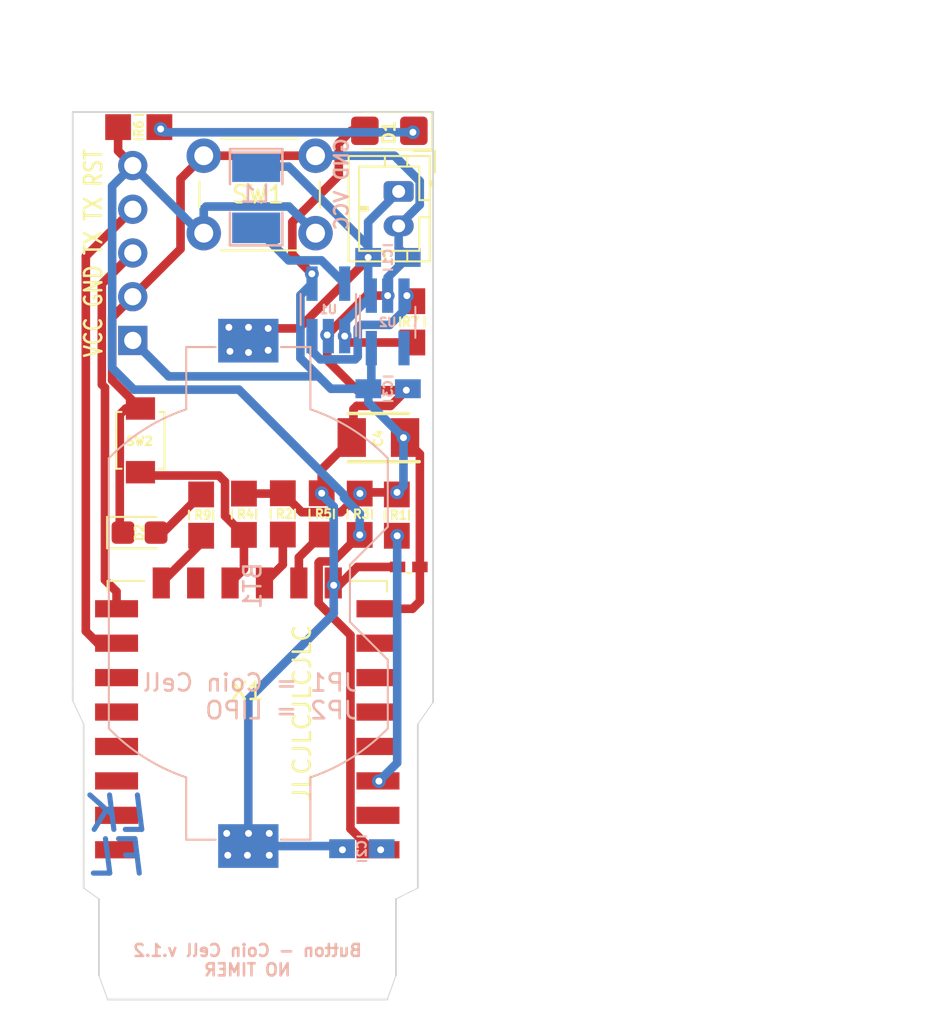
<source format=kicad_pcb>
(kicad_pcb (version 20171130) (host pcbnew "(5.1.9)-1")

  (general
    (thickness 1.6)
    (drawings 28)
    (tracks 183)
    (zones 0)
    (modules 24)
    (nets 16)
  )

  (page A4)
  (layers
    (0 F.Cu signal)
    (31 B.Cu signal)
    (32 B.Adhes user)
    (33 F.Adhes user)
    (34 B.Paste user)
    (35 F.Paste user)
    (36 B.SilkS user)
    (37 F.SilkS user)
    (38 B.Mask user)
    (39 F.Mask user)
    (40 Dwgs.User user)
    (41 Cmts.User user)
    (42 Eco1.User user)
    (43 Eco2.User user)
    (44 Edge.Cuts user)
    (45 Margin user)
    (46 B.CrtYd user hide)
    (47 F.CrtYd user)
    (48 B.Fab user hide)
    (49 F.Fab user)
  )

  (setup
    (last_trace_width 0.25)
    (user_trace_width 0.5)
    (trace_clearance 0.1)
    (zone_clearance 0.508)
    (zone_45_only no)
    (trace_min 0.2)
    (via_size 0.8)
    (via_drill 0.4)
    (via_min_size 0.4)
    (via_min_drill 0.3)
    (user_via 0.5 0.3)
    (uvia_size 0.3)
    (uvia_drill 0.1)
    (uvias_allowed no)
    (uvia_min_size 0.2)
    (uvia_min_drill 0.1)
    (edge_width 0.05)
    (segment_width 0.2)
    (pcb_text_width 0.3)
    (pcb_text_size 1.5 1.5)
    (mod_edge_width 0.12)
    (mod_text_size 1 1)
    (mod_text_width 0.15)
    (pad_size 1.524 1.524)
    (pad_drill 0.762)
    (pad_to_mask_clearance 0.051)
    (solder_mask_min_width 0.25)
    (aux_axis_origin 0 0)
    (visible_elements 7FFFFFFF)
    (pcbplotparams
      (layerselection 0x010fc_ffffffff)
      (usegerberextensions false)
      (usegerberattributes false)
      (usegerberadvancedattributes true)
      (creategerberjobfile false)
      (excludeedgelayer true)
      (linewidth 0.150000)
      (plotframeref false)
      (viasonmask false)
      (mode 1)
      (useauxorigin true)
      (hpglpennumber 1)
      (hpglpenspeed 20)
      (hpglpendiameter 15.000000)
      (psnegative false)
      (psa4output false)
      (plotreference true)
      (plotvalue true)
      (plotinvisibletext false)
      (padsonsilk false)
      (subtractmaskfromsilk false)
      (outputformat 1)
      (mirror false)
      (drillshape 0)
      (scaleselection 1)
      (outputdirectory "Gerber/"))
  )

  (net 0 "")
  (net 1 /VCC)
  (net 2 /GND)
  (net 3 /RST)
  (net 4 /RX)
  (net 5 /TX)
  (net 6 /EN)
  (net 7 /GPIO2)
  (net 8 /GPIO0)
  (net 9 "Net-(BT1-Pad1)")
  (net 10 "Net-(L1-Pad2)")
  (net 11 /GPIO15)
  (net 12 "Net-(R7-Pad2)")
  (net 13 "Net-(D2-Pad2)")
  (net 14 /GPIO5)
  (net 15 "Net-(D1-Pad1)")

  (net_class Default "This is the default net class."
    (clearance 0.1)
    (trace_width 0.25)
    (via_dia 0.8)
    (via_drill 0.4)
    (uvia_dia 0.3)
    (uvia_drill 0.1)
    (add_net /EN)
    (add_net /GND)
    (add_net /GPIO0)
    (add_net /GPIO15)
    (add_net /GPIO2)
    (add_net /GPIO5)
    (add_net /RST)
    (add_net /RX)
    (add_net /TX)
    (add_net /VCC)
    (add_net "Net-(BT1-Pad1)")
    (add_net "Net-(D1-Pad1)")
    (add_net "Net-(D2-Pad2)")
    (add_net "Net-(L1-Pad2)")
    (add_net "Net-(R7-Pad2)")
  )

  (module handsolder:SMD-1210_Pol_inductor (layer B.Cu) (tedit 6037CDBB) (tstamp 60326859)
    (at 126.238 55.753 270)
    (tags "CMS SM")
    (path /602E234D)
    (attr smd)
    (fp_text reference L1 (at -0.19812 0.0762) (layer B.SilkS)
      (effects (font (size 1 1) (thickness 0.15)) (justify mirror))
    )
    (fp_text value "4.7 uH" (at 0 -0.762 270) (layer B.Fab)
      (effects (font (size 1 1) (thickness 0.15)) (justify mirror))
    )
    (fp_line (start -2.794 -1.524) (end -0.762 -1.524) (layer B.SilkS) (width 0.15))
    (fp_line (start -2.594 1.524) (end -2.594 -1.524) (layer B.SilkS) (width 0.15))
    (fp_line (start -0.762 1.524) (end -2.794 1.524) (layer B.SilkS) (width 0.15))
    (fp_line (start 2.794 1.524) (end 0.889 1.524) (layer B.SilkS) (width 0.15))
    (fp_line (start 2.794 -1.524) (end 2.794 1.524) (layer B.SilkS) (width 0.15))
    (fp_line (start 0.889 -1.524) (end 2.794 -1.524) (layer B.SilkS) (width 0.15))
    (fp_line (start -2.794 1.524) (end -2.794 -1.524) (layer B.SilkS) (width 0.15))
    (pad 1 smd rect (at -1.778 0 270) (size 1.778 2.794) (layers B.Cu B.Paste B.Mask)
      (net 9 "Net-(BT1-Pad1)") (zone_connect 2))
    (pad 2 smd rect (at 1.778 0 270) (size 1.778 2.794) (layers B.Cu B.Paste B.Mask)
      (net 10 "Net-(L1-Pad2)"))
    (model SMD_Packages.3dshapes/SMD-1210_Pol.wrl
      (at (xyz 0 0 0))
      (scale (xyz 0.2 0.2 0.2))
      (rotate (xyz 0 0 0))
    )
    (model ${KISYS3DMOD}/Inductor_SMD.3dshapes/L_1206_3216Metric.step
      (at (xyz 0 0 0))
      (scale (xyz 1 1 1))
      (rotate (xyz 0 0 0))
    )
    (model ${KISYS3DMOD}/Inductor_SMD.3dshapes/L_1210_3225Metric.step
      (at (xyz 0 0 0))
      (scale (xyz 1 1 1))
      (rotate (xyz 0 0 0))
    )
  )

  (module handsolder:LED_0805_2012Metric_Castellated_mod (layer F.Cu) (tedit 60359125) (tstamp 6032680B)
    (at 119.4562 75.2348)
    (descr "LED SMD 0805 (2012 Metric), castellated end terminal, IPC_7351 nominal, (Body size source: https://docs.google.com/spreadsheets/d/1BsfQQcO9C6DZCsRaXUlFlo91Tg2WpOkGARC1WS5S8t0/edit?usp=sharing), generated with kicad-footprint-generator")
    (tags "LED castellated")
    (path /6032747F)
    (attr smd)
    (fp_text reference D2 (at 0 0 90) (layer F.SilkS)
      (effects (font (size 0.5 0.5) (thickness 0.125)))
    )
    (fp_text value LED (at 0 1.6 -180) (layer F.Fab)
      (effects (font (size 1 1) (thickness 0.15)))
    )
    (fp_line (start 1.88 0.9) (end -1.88 0.9) (layer F.CrtYd) (width 0.05))
    (fp_line (start 1.88 -0.9) (end 1.88 0.9) (layer F.CrtYd) (width 0.05))
    (fp_line (start -1.88 -0.9) (end 1.88 -0.9) (layer F.CrtYd) (width 0.05))
    (fp_line (start -1.88 0.9) (end -1.88 -0.9) (layer F.CrtYd) (width 0.05))
    (fp_line (start -1.885 0.91) (end 1 0.91) (layer F.SilkS) (width 0.12))
    (fp_line (start -1.885 -0.91) (end -1.885 0.91) (layer F.SilkS) (width 0.12))
    (fp_line (start 1 -0.91) (end -1.885 -0.91) (layer F.SilkS) (width 0.12))
    (fp_line (start 1 0.6) (end 1 -0.6) (layer F.Fab) (width 0.1))
    (fp_line (start -1 0.6) (end 1 0.6) (layer F.Fab) (width 0.1))
    (fp_line (start -1 -0.3) (end -1 0.6) (layer F.Fab) (width 0.1))
    (fp_line (start -0.7 -0.6) (end -1 -0.3) (layer F.Fab) (width 0.1))
    (fp_line (start 1 -0.6) (end -0.7 -0.6) (layer F.Fab) (width 0.1))
    (fp_text user %R (at 0 0 -180) (layer F.Fab)
      (effects (font (size 0.5 0.5) (thickness 0.08)))
    )
    (pad 2 smd roundrect (at 0.9625 0) (size 1.325 1.3) (layers F.Cu F.Paste F.Mask) (roundrect_rratio 0.1923076923076923)
      (net 13 "Net-(D2-Pad2)"))
    (pad 1 smd roundrect (at -0.9625 0) (size 1.325 1.3) (layers F.Cu F.Paste F.Mask) (roundrect_rratio 0.1923076923076923)
      (net 2 /GND))
    (model ${KISYS3DMOD}/LED_SMD.3dshapes/LED_0805_2012Metric_Castellated.wrl
      (at (xyz 0 0 0))
      (scale (xyz 1 1 1))
      (rotate (xyz 0 0 0))
    )
  )

  (module handsolder:C_0402_1005Metric_Pad0.74x0.62mm_HandSoldermod (layer F.Cu) (tedit 6036714F) (tstamp 6036CEF3)
    (at 135.10768 77.23124 180)
    (descr "Capacitor SMD 0402 (1005 Metric), square (rectangular) end terminal, IPC_7351 nominal with elongated pad for handsoldering. (Body size source: IPC-SM-782 page 76, https://www.pcb-3d.com/wordpress/wp-content/uploads/ipc-sm-782a_amendment_1_and_2.pdf), generated with kicad-footprint-generator")
    (tags "capacitor handsolder")
    (path /60368135)
    (attr smd)
    (fp_text reference C5 (at 0 0) (layer F.SilkS) hide
      (effects (font (size 0.5 0.5) (thickness 0.125)))
    )
    (fp_text value 100nF (at 0 1.16) (layer F.Fab)
      (effects (font (size 1 1) (thickness 0.15)))
    )
    (fp_line (start 1.08 0.46) (end -1.08 0.46) (layer F.CrtYd) (width 0.05))
    (fp_line (start 1.08 -0.46) (end 1.08 0.46) (layer F.CrtYd) (width 0.05))
    (fp_line (start -1.08 -0.46) (end 1.08 -0.46) (layer F.CrtYd) (width 0.05))
    (fp_line (start -1.08 0.46) (end -1.08 -0.46) (layer F.CrtYd) (width 0.05))
    (fp_line (start -0.115835 -0.36) (end 0.115835 -0.36) (layer F.SilkS) (width 0.12))
    (fp_line (start 0.5 0.25) (end -0.5 0.25) (layer F.Fab) (width 0.1))
    (fp_line (start 0.5 -0.25) (end 0.5 0.25) (layer F.Fab) (width 0.1))
    (fp_line (start -0.5 -0.25) (end 0.5 -0.25) (layer F.Fab) (width 0.1))
    (fp_line (start -0.5 0.25) (end -0.5 -0.25) (layer F.Fab) (width 0.1))
    (fp_text user %R (at 0 0) (layer F.Fab)
      (effects (font (size 0.25 0.25) (thickness 0.04)))
    )
    (pad 2 smd rect (at 0.65 0 180) (size 0.9 0.62) (layers F.Cu F.Paste F.Mask)
      (net 2 /GND))
    (pad 1 smd rect (at -0.65 0 180) (size 0.9 0.62) (layers F.Cu F.Paste F.Mask)
      (net 1 /VCC))
    (model ${KISYS3DMOD}/Capacitor_SMD.3dshapes/C_0402_1005Metric.wrl
      (at (xyz 0 0 0))
      (scale (xyz 1 1 1))
      (rotate (xyz 0 0 0))
    )
  )

  (module SamacSys_Parts:CAPPM3528X210N (layer F.Cu) (tedit 60364A5B) (tstamp 60368A9A)
    (at 133.34492 69.71284 180)
    (descr T495B-10)
    (tags "Capacitor Polarised")
    (path /603640CA)
    (attr smd)
    (fp_text reference C4 (at 0 -0.05 270) (layer F.SilkS)
      (effects (font (size 0.5 0.5) (thickness 0.125)))
    )
    (fp_text value TAJB476M010TNJ (at 0 0 180) (layer F.SilkS) hide
      (effects (font (size 1.27 1.27) (thickness 0.254)))
    )
    (fp_line (start -1.75 1.4) (end 1.75 1.4) (layer F.SilkS) (width 0.2))
    (fp_line (start 1.75 -1.4) (end -2.375 -1.4) (layer F.SilkS) (width 0.2))
    (fp_line (start -1.75 -0.575) (end -0.925 -1.4) (layer F.Fab) (width 0.1))
    (fp_line (start -1.75 1.4) (end -1.75 -1.4) (layer F.Fab) (width 0.1))
    (fp_line (start 1.75 1.4) (end -1.75 1.4) (layer F.Fab) (width 0.1))
    (fp_line (start 1.75 -1.4) (end 1.75 1.4) (layer F.Fab) (width 0.1))
    (fp_line (start -1.75 -1.4) (end 1.75 -1.4) (layer F.Fab) (width 0.1))
    (fp_line (start -2.625 1.75) (end -2.625 -1.75) (layer F.CrtYd) (width 0.05))
    (fp_line (start 2.625 1.75) (end -2.625 1.75) (layer F.CrtYd) (width 0.05))
    (fp_line (start 2.625 -1.75) (end 2.625 1.75) (layer F.CrtYd) (width 0.05))
    (fp_line (start -2.625 -1.75) (end 2.625 -1.75) (layer F.CrtYd) (width 0.05))
    (fp_text user %R (at 0 0 180) (layer F.Fab)
      (effects (font (size 1.27 1.27) (thickness 0.254)))
    )
    (pad 2 smd rect (at 1.55 0 180) (size 1.65 2.25) (layers F.Cu F.Paste F.Mask)
      (net 2 /GND))
    (pad 1 smd rect (at -1.55 0 180) (size 1.65 2.25) (layers F.Cu F.Paste F.Mask)
      (net 1 /VCC))
    (model "C:\\Program Files\\KiCad\\SamacSys_Parts.3dshapes\\T495B476K006ATE450.stp"
      (at (xyz 0 0 0))
      (scale (xyz 1 1 1))
      (rotate (xyz 0 0 0))
    )
  )

  (module handsolder:C_0805_2012handsodermod (layer B.Cu) (tedit 603591CC) (tstamp 603267C3)
    (at 133.9 59.25 180)
    (descr "Capacitor SMD 0805 (2012 Metric), square (rectangular) end terminal, IPC_7351 nominal with elongated pad for handsoldering. (Body size source: https://docs.google.com/spreadsheets/d/1BsfQQcO9C6DZCsRaXUlFlo91Tg2WpOkGARC1WS5S8t0/edit?usp=sharing), generated with kicad-footprint-generator")
    (tags "capacitor handsolder")
    (path /602D0C1F)
    (attr smd)
    (fp_text reference C1 (at 0 0 270) (layer B.SilkS)
      (effects (font (size 0.5 0.5) (thickness 0.125)) (justify mirror))
    )
    (fp_text value 10uF (at 0 -1.65) (layer B.Fab) hide
      (effects (font (size 1 1) (thickness 0.15)) (justify mirror))
    )
    (fp_line (start 2.05 -0.95) (end -2 -0.95) (layer B.CrtYd) (width 0.05))
    (fp_line (start 2.05 0.95) (end 2.05 -0.95) (layer B.CrtYd) (width 0.05))
    (fp_line (start -2 0.95) (end 2.05 0.95) (layer B.CrtYd) (width 0.05))
    (fp_line (start -2 -0.95) (end -2 0.95) (layer B.CrtYd) (width 0.05))
    (fp_line (start -0.261252 -0.71) (end 0.261252 -0.71) (layer B.SilkS) (width 0.12))
    (fp_line (start -0.261252 0.71) (end 0.261252 0.71) (layer B.SilkS) (width 0.12))
    (fp_line (start 1 -0.6) (end -1 -0.6) (layer B.Fab) (width 0.1))
    (fp_line (start 1 0.6) (end 1 -0.6) (layer B.Fab) (width 0.1))
    (fp_line (start -1 0.6) (end 1 0.6) (layer B.Fab) (width 0.1))
    (fp_line (start -1 -0.6) (end -1 0.6) (layer B.Fab) (width 0.1))
    (fp_text user %R (at 0 0) (layer B.Fab)
      (effects (font (size 0.5 0.5) (thickness 0.08)) (justify mirror))
    )
    (pad 2 smd rect (at 1.15 0 180) (size 1.5 1.1) (layers B.Cu B.Paste B.Mask)
      (net 9 "Net-(BT1-Pad1)"))
    (pad 1 smd rect (at -1.15 0 180) (size 1.5 1.1) (layers B.Cu B.Paste B.Mask)
      (net 2 /GND))
    (model ${KISYS3DMOD}/Capacitor_SMD.3dshapes/C_0805_2012Metric.wrl
      (at (xyz 0 0 0))
      (scale (xyz 1 1 1))
      (rotate (xyz 0 0 0))
    )
  )

  (module handsolder:C_0805_2012handsodermod (layer B.Cu) (tedit 603591CC) (tstamp 603267E5)
    (at 133.9088 66.8782)
    (descr "Capacitor SMD 0805 (2012 Metric), square (rectangular) end terminal, IPC_7351 nominal with elongated pad for handsoldering. (Body size source: https://docs.google.com/spreadsheets/d/1BsfQQcO9C6DZCsRaXUlFlo91Tg2WpOkGARC1WS5S8t0/edit?usp=sharing), generated with kicad-footprint-generator")
    (tags "capacitor handsolder")
    (path /602E3D4A)
    (attr smd)
    (fp_text reference C3 (at 0 0 -90) (layer B.SilkS)
      (effects (font (size 0.5 0.5) (thickness 0.125)) (justify mirror))
    )
    (fp_text value 10uF (at 0 -1.65) (layer B.Fab) hide
      (effects (font (size 1 1) (thickness 0.15)) (justify mirror))
    )
    (fp_line (start 2.05 -0.95) (end -2 -0.95) (layer B.CrtYd) (width 0.05))
    (fp_line (start 2.05 0.95) (end 2.05 -0.95) (layer B.CrtYd) (width 0.05))
    (fp_line (start -2 0.95) (end 2.05 0.95) (layer B.CrtYd) (width 0.05))
    (fp_line (start -2 -0.95) (end -2 0.95) (layer B.CrtYd) (width 0.05))
    (fp_line (start -0.261252 -0.71) (end 0.261252 -0.71) (layer B.SilkS) (width 0.12))
    (fp_line (start -0.261252 0.71) (end 0.261252 0.71) (layer B.SilkS) (width 0.12))
    (fp_line (start 1 -0.6) (end -1 -0.6) (layer B.Fab) (width 0.1))
    (fp_line (start 1 0.6) (end 1 -0.6) (layer B.Fab) (width 0.1))
    (fp_line (start -1 0.6) (end 1 0.6) (layer B.Fab) (width 0.1))
    (fp_line (start -1 -0.6) (end -1 0.6) (layer B.Fab) (width 0.1))
    (fp_text user %R (at 0 0) (layer B.Fab)
      (effects (font (size 0.5 0.5) (thickness 0.08)) (justify mirror))
    )
    (pad 2 smd rect (at 1.15 0) (size 1.5 1.1) (layers B.Cu B.Paste B.Mask)
      (net 2 /GND))
    (pad 1 smd rect (at -1.15 0) (size 1.5 1.1) (layers B.Cu B.Paste B.Mask)
      (net 1 /VCC))
    (model ${KISYS3DMOD}/Capacitor_SMD.3dshapes/C_0805_2012Metric.wrl
      (at (xyz 0 0 0))
      (scale (xyz 1 1 1))
      (rotate (xyz 0 0 0))
    )
  )

  (module handsolder:C_0805_2012handsodermod (layer B.Cu) (tedit 603591CC) (tstamp 603267D4)
    (at 132.3848 93.599)
    (descr "Capacitor SMD 0805 (2012 Metric), square (rectangular) end terminal, IPC_7351 nominal with elongated pad for handsoldering. (Body size source: https://docs.google.com/spreadsheets/d/1BsfQQcO9C6DZCsRaXUlFlo91Tg2WpOkGARC1WS5S8t0/edit?usp=sharing), generated with kicad-footprint-generator")
    (tags "capacitor handsolder")
    (path /602C896A)
    (attr smd)
    (fp_text reference C2 (at 0 0 -90) (layer B.SilkS)
      (effects (font (size 0.5 0.5) (thickness 0.125)) (justify mirror))
    )
    (fp_text value 100nF (at 0 -1.65) (layer B.Fab) hide
      (effects (font (size 1 1) (thickness 0.15)) (justify mirror))
    )
    (fp_line (start 2.05 -0.95) (end -2 -0.95) (layer B.CrtYd) (width 0.05))
    (fp_line (start 2.05 0.95) (end 2.05 -0.95) (layer B.CrtYd) (width 0.05))
    (fp_line (start -2 0.95) (end 2.05 0.95) (layer B.CrtYd) (width 0.05))
    (fp_line (start -2 -0.95) (end -2 0.95) (layer B.CrtYd) (width 0.05))
    (fp_line (start -0.261252 -0.71) (end 0.261252 -0.71) (layer B.SilkS) (width 0.12))
    (fp_line (start -0.261252 0.71) (end 0.261252 0.71) (layer B.SilkS) (width 0.12))
    (fp_line (start 1 -0.6) (end -1 -0.6) (layer B.Fab) (width 0.1))
    (fp_line (start 1 0.6) (end 1 -0.6) (layer B.Fab) (width 0.1))
    (fp_line (start -1 0.6) (end 1 0.6) (layer B.Fab) (width 0.1))
    (fp_line (start -1 -0.6) (end -1 0.6) (layer B.Fab) (width 0.1))
    (fp_text user %R (at 0 0) (layer B.Fab)
      (effects (font (size 0.5 0.5) (thickness 0.08)) (justify mirror))
    )
    (pad 2 smd rect (at 1.15 0) (size 1.5 1.1) (layers B.Cu B.Paste B.Mask)
      (net 3 /RST))
    (pad 1 smd rect (at -1.15 0) (size 1.5 1.1) (layers B.Cu B.Paste B.Mask)
      (net 2 /GND))
    (model ${KISYS3DMOD}/Capacitor_SMD.3dshapes/C_0805_2012Metric.wrl
      (at (xyz 0 0 0))
      (scale (xyz 1 1 1))
      (rotate (xyz 0 0 0))
    )
  )

  (module handsolder:SOT-23-5_HandSolderingmod (layer B.Cu) (tedit 6035922E) (tstamp 60329F06)
    (at 130.43408 62.27064 90)
    (descr "5-pin SOT23 package")
    (tags "SOT-23-5 hand-soldering")
    (path /6033543B)
    (attr smd)
    (fp_text reference U1 (at 0 0 180) (layer B.SilkS)
      (effects (font (size 0.5 0.5) (thickness 0.125)) (justify mirror))
    )
    (fp_text value TPS61097A (at 10.287 -1.143 90) (layer B.SilkS) hide
      (effects (font (size 1 1) (thickness 0.15)) (justify mirror))
    )
    (fp_line (start 2.38 -1.8) (end -2.38 -1.8) (layer B.CrtYd) (width 0.05))
    (fp_line (start 2.38 -1.8) (end 2.38 1.8) (layer B.CrtYd) (width 0.05))
    (fp_line (start -2.38 1.8) (end -2.38 -1.8) (layer B.CrtYd) (width 0.05))
    (fp_line (start -2.38 1.8) (end 2.38 1.8) (layer B.CrtYd) (width 0.05))
    (fp_line (start 0.9 1.55) (end 0.9 -1.55) (layer B.Fab) (width 0.1))
    (fp_line (start 0.9 -1.55) (end -0.9 -1.55) (layer B.Fab) (width 0.1))
    (fp_line (start -0.9 0.9) (end -0.9 -1.55) (layer B.Fab) (width 0.1))
    (fp_line (start 0.9 1.55) (end -0.25 1.55) (layer B.Fab) (width 0.1))
    (fp_line (start -0.9 0.9) (end -0.25 1.55) (layer B.Fab) (width 0.1))
    (fp_line (start 0.9 1.61) (end -1.55 1.61) (layer B.SilkS) (width 0.12))
    (fp_line (start -0.9 -1.61) (end 0.9 -1.61) (layer B.SilkS) (width 0.12))
    (fp_text user %R (at 0 0) (layer B.Fab)
      (effects (font (size 0.5 0.5) (thickness 0.075)) (justify mirror))
    )
    (pad 5 smd rect (at 1.5 0.95 90) (size 2 0.65) (layers B.Cu B.Paste B.Mask)
      (net 10 "Net-(L1-Pad2)"))
    (pad 4 smd rect (at 1.5 -0.95 90) (size 2 0.65) (layers B.Cu B.Paste B.Mask)
      (net 1 /VCC))
    (pad 3 smd rect (at -1.55 -0.95 90) (size 2 0.65) (layers B.Cu B.Paste B.Mask)
      (net 12 "Net-(R7-Pad2)"))
    (pad 2 smd trapezoid (at -1.55 0 90) (size 2 0.65) (layers B.Cu B.Paste B.Mask)
      (net 2 /GND))
    (pad 1 smd rect (at -1.55 0.95 90) (size 2 0.65) (layers B.Cu B.Paste B.Mask)
      (net 9 "Net-(BT1-Pad1)"))
    (model ${KISYS3DMOD}/Package_TO_SOT_SMD.3dshapes/SOT-23-5.wrl
      (at (xyz 0 0 0))
      (scale (xyz 1 1 1))
      (rotate (xyz 0 0 0))
    )
  )

  (module handsolder:SOT-23-5_HandSolderingmod (layer B.Cu) (tedit 6035922E) (tstamp 60326955)
    (at 133.8834 63.0174 270)
    (descr "5-pin SOT23 package")
    (tags "SOT-23-5 hand-soldering")
    (path /602F5FBE)
    (attr smd)
    (fp_text reference U2 (at 0 0 180) (layer B.SilkS)
      (effects (font (size 0.5 0.5) (thickness 0.125)) (justify mirror))
    )
    (fp_text value AP2112K-3.3 (at 10.287 -1.143 90) (layer B.SilkS) hide
      (effects (font (size 1 1) (thickness 0.15)) (justify mirror))
    )
    (fp_line (start 2.38 -1.8) (end -2.38 -1.8) (layer B.CrtYd) (width 0.05))
    (fp_line (start 2.38 -1.8) (end 2.38 1.8) (layer B.CrtYd) (width 0.05))
    (fp_line (start -2.38 1.8) (end -2.38 -1.8) (layer B.CrtYd) (width 0.05))
    (fp_line (start -2.38 1.8) (end 2.38 1.8) (layer B.CrtYd) (width 0.05))
    (fp_line (start 0.9 1.55) (end 0.9 -1.55) (layer B.Fab) (width 0.1))
    (fp_line (start 0.9 -1.55) (end -0.9 -1.55) (layer B.Fab) (width 0.1))
    (fp_line (start -0.9 0.9) (end -0.9 -1.55) (layer B.Fab) (width 0.1))
    (fp_line (start 0.9 1.55) (end -0.25 1.55) (layer B.Fab) (width 0.1))
    (fp_line (start -0.9 0.9) (end -0.25 1.55) (layer B.Fab) (width 0.1))
    (fp_line (start 0.9 1.61) (end -1.55 1.61) (layer B.SilkS) (width 0.12))
    (fp_line (start -0.9 -1.61) (end 0.9 -1.61) (layer B.SilkS) (width 0.12))
    (fp_text user %R (at 0 0) (layer B.Fab)
      (effects (font (size 0.5 0.5) (thickness 0.075)) (justify mirror))
    )
    (pad 5 smd rect (at 1.5 0.95 270) (size 2 0.65) (layers B.Cu B.Paste B.Mask)
      (net 1 /VCC))
    (pad 4 smd rect (at 1.5 -0.95 270) (size 2 0.65) (layers B.Cu B.Paste B.Mask))
    (pad 3 smd rect (at -1.55 -0.95 270) (size 2 0.65) (layers B.Cu B.Paste B.Mask)
      (net 12 "Net-(R7-Pad2)"))
    (pad 2 smd trapezoid (at -1.55 0 270) (size 2 0.65) (layers B.Cu B.Paste B.Mask)
      (net 2 /GND))
    (pad 1 smd rect (at -1.55 0.95 270) (size 2 0.65) (layers B.Cu B.Paste B.Mask)
      (net 9 "Net-(BT1-Pad1)"))
    (model ${KISYS3DMOD}/Package_TO_SOT_SMD.3dshapes/SOT-23-5.wrl
      (at (xyz 0 0 0))
      (scale (xyz 1 1 1))
      (rotate (xyz 0 0 0))
    )
  )

  (module handsolder:R_0805_2012handsoldermod (layer F.Cu) (tedit 60358F22) (tstamp 603268F2)
    (at 123.0376 74.2188 270)
    (descr "Resistor SMD 0805 (2012 Metric), square (rectangular) end terminal, IPC_7351 nominal with elongated pad for handsoldering. (Body size source: https://docs.google.com/spreadsheets/d/1BsfQQcO9C6DZCsRaXUlFlo91Tg2WpOkGARC1WS5S8t0/edit?usp=sharing), generated with kicad-footprint-generator")
    (tags "resistor handsolder")
    (path /60325E7B)
    (attr smd)
    (fp_text reference R9 (at 0 -0.1) (layer F.SilkS)
      (effects (font (size 0.5 0.5) (thickness 0.125)))
    )
    (fp_text value 1k (at 0 1.65 90) (layer F.Fab) hide
      (effects (font (size 1 1) (thickness 0.15)))
    )
    (fp_line (start 2.05 0.95) (end -2.05 0.95) (layer F.CrtYd) (width 0.05))
    (fp_line (start 2.05 -0.95) (end 2.05 0.95) (layer F.CrtYd) (width 0.05))
    (fp_line (start -2.05 -0.95) (end 2.05 -0.95) (layer F.CrtYd) (width 0.05))
    (fp_line (start -2.05 0.95) (end -2.05 -0.95) (layer F.CrtYd) (width 0.05))
    (fp_line (start -0.261252 0.71) (end 0.261252 0.71) (layer F.SilkS) (width 0.12))
    (fp_line (start -0.261252 -0.71) (end 0.261252 -0.71) (layer F.SilkS) (width 0.12))
    (fp_line (start 1 0.6) (end -1 0.6) (layer F.Fab) (width 0.1))
    (fp_line (start 1 -0.6) (end 1 0.6) (layer F.Fab) (width 0.1))
    (fp_line (start -1 -0.6) (end 1 -0.6) (layer F.Fab) (width 0.1))
    (fp_line (start -1 0.6) (end -1 -0.6) (layer F.Fab) (width 0.1))
    (fp_text user %R (at 0 0 90) (layer F.Fab)
      (effects (font (size 0.5 0.5) (thickness 0.08)))
    )
    (pad 2 smd rect (at 1.2 0 270) (size 1.5 1.5) (layers F.Cu F.Paste F.Mask)
      (net 14 /GPIO5))
    (pad 1 smd rect (at -1.2 0 270) (size 1.5 1.5) (layers F.Cu F.Paste F.Mask)
      (net 13 "Net-(D2-Pad2)"))
    (model ${KISYS3DMOD}/Resistor_SMD.3dshapes/R_0805_2012Metric.wrl
      (at (xyz 0 0 0))
      (scale (xyz 1 1 1))
      (rotate (xyz 0 0 0))
    )
  )

  (module handsolder:R_0805_2012handsoldermod (layer F.Cu) (tedit 60358F22) (tstamp 603268D0)
    (at 135.3185 62.992 90)
    (descr "Resistor SMD 0805 (2012 Metric), square (rectangular) end terminal, IPC_7351 nominal with elongated pad for handsoldering. (Body size source: https://docs.google.com/spreadsheets/d/1BsfQQcO9C6DZCsRaXUlFlo91Tg2WpOkGARC1WS5S8t0/edit?usp=sharing), generated with kicad-footprint-generator")
    (tags "resistor handsolder")
    (path /602F7A06)
    (attr smd)
    (fp_text reference R7 (at 0 -0.1) (layer F.SilkS)
      (effects (font (size 0.5 0.5) (thickness 0.125)))
    )
    (fp_text value 10k (at 0 1.65 90) (layer F.Fab) hide
      (effects (font (size 1 1) (thickness 0.15)))
    )
    (fp_line (start 2.05 0.95) (end -2.05 0.95) (layer F.CrtYd) (width 0.05))
    (fp_line (start 2.05 -0.95) (end 2.05 0.95) (layer F.CrtYd) (width 0.05))
    (fp_line (start -2.05 -0.95) (end 2.05 -0.95) (layer F.CrtYd) (width 0.05))
    (fp_line (start -2.05 0.95) (end -2.05 -0.95) (layer F.CrtYd) (width 0.05))
    (fp_line (start -0.261252 0.71) (end 0.261252 0.71) (layer F.SilkS) (width 0.12))
    (fp_line (start -0.261252 -0.71) (end 0.261252 -0.71) (layer F.SilkS) (width 0.12))
    (fp_line (start 1 0.6) (end -1 0.6) (layer F.Fab) (width 0.1))
    (fp_line (start 1 -0.6) (end 1 0.6) (layer F.Fab) (width 0.1))
    (fp_line (start -1 -0.6) (end 1 -0.6) (layer F.Fab) (width 0.1))
    (fp_line (start -1 0.6) (end -1 -0.6) (layer F.Fab) (width 0.1))
    (fp_text user %R (at 0 0 90) (layer F.Fab)
      (effects (font (size 0.5 0.5) (thickness 0.08)))
    )
    (pad 2 smd rect (at 1.2 0 90) (size 1.5 1.5) (layers F.Cu F.Paste F.Mask)
      (net 12 "Net-(R7-Pad2)"))
    (pad 1 smd rect (at -1.2 0 90) (size 1.5 1.5) (layers F.Cu F.Paste F.Mask)
      (net 9 "Net-(BT1-Pad1)"))
    (model ${KISYS3DMOD}/Resistor_SMD.3dshapes/R_0805_2012Metric.wrl
      (at (xyz 0 0 0))
      (scale (xyz 1 1 1))
      (rotate (xyz 0 0 0))
    )
  )

  (module handsolder:R_0805_2012handsoldermod (layer F.Cu) (tedit 60358F22) (tstamp 603268BF)
    (at 119.41048 51.67884 180)
    (descr "Resistor SMD 0805 (2012 Metric), square (rectangular) end terminal, IPC_7351 nominal with elongated pad for handsoldering. (Body size source: https://docs.google.com/spreadsheets/d/1BsfQQcO9C6DZCsRaXUlFlo91Tg2WpOkGARC1WS5S8t0/edit?usp=sharing), generated with kicad-footprint-generator")
    (tags "resistor handsolder")
    (path /602D454A)
    (attr smd)
    (fp_text reference R6 (at 0 -0.1 90) (layer F.SilkS)
      (effects (font (size 0.5 0.5) (thickness 0.125)))
    )
    (fp_text value 1k (at 0 1.65) (layer F.Fab) hide
      (effects (font (size 1 1) (thickness 0.15)))
    )
    (fp_line (start 2.05 0.95) (end -2.05 0.95) (layer F.CrtYd) (width 0.05))
    (fp_line (start 2.05 -0.95) (end 2.05 0.95) (layer F.CrtYd) (width 0.05))
    (fp_line (start -2.05 -0.95) (end 2.05 -0.95) (layer F.CrtYd) (width 0.05))
    (fp_line (start -2.05 0.95) (end -2.05 -0.95) (layer F.CrtYd) (width 0.05))
    (fp_line (start -0.261252 0.71) (end 0.261252 0.71) (layer F.SilkS) (width 0.12))
    (fp_line (start -0.261252 -0.71) (end 0.261252 -0.71) (layer F.SilkS) (width 0.12))
    (fp_line (start 1 0.6) (end -1 0.6) (layer F.Fab) (width 0.1))
    (fp_line (start 1 -0.6) (end 1 0.6) (layer F.Fab) (width 0.1))
    (fp_line (start -1 -0.6) (end 1 -0.6) (layer F.Fab) (width 0.1))
    (fp_line (start -1 0.6) (end -1 -0.6) (layer F.Fab) (width 0.1))
    (fp_text user %R (at 0 0) (layer F.Fab)
      (effects (font (size 0.5 0.5) (thickness 0.08)))
    )
    (pad 2 smd rect (at 1.2 0 180) (size 1.5 1.5) (layers F.Cu F.Paste F.Mask)
      (net 3 /RST))
    (pad 1 smd rect (at -1.2 0 180) (size 1.5 1.5) (layers F.Cu F.Paste F.Mask)
      (net 15 "Net-(D1-Pad1)"))
    (model ${KISYS3DMOD}/Resistor_SMD.3dshapes/R_0805_2012Metric.wrl
      (at (xyz 0 0 0))
      (scale (xyz 1 1 1))
      (rotate (xyz 0 0 0))
    )
  )

  (module handsolder:R_0805_2012handsoldermod (layer F.Cu) (tedit 60358F22) (tstamp 603268AE)
    (at 130.048 74.1488 270)
    (descr "Resistor SMD 0805 (2012 Metric), square (rectangular) end terminal, IPC_7351 nominal with elongated pad for handsoldering. (Body size source: https://docs.google.com/spreadsheets/d/1BsfQQcO9C6DZCsRaXUlFlo91Tg2WpOkGARC1WS5S8t0/edit?usp=sharing), generated with kicad-footprint-generator")
    (tags "resistor handsolder")
    (path /602CA91E)
    (attr smd)
    (fp_text reference R5 (at 0 -0.1) (layer F.SilkS)
      (effects (font (size 0.5 0.5) (thickness 0.125)))
    )
    (fp_text value 4.7k (at 0 1.65 90) (layer F.Fab) hide
      (effects (font (size 1 1) (thickness 0.15)))
    )
    (fp_line (start 2.05 0.95) (end -2.05 0.95) (layer F.CrtYd) (width 0.05))
    (fp_line (start 2.05 -0.95) (end 2.05 0.95) (layer F.CrtYd) (width 0.05))
    (fp_line (start -2.05 -0.95) (end 2.05 -0.95) (layer F.CrtYd) (width 0.05))
    (fp_line (start -2.05 0.95) (end -2.05 -0.95) (layer F.CrtYd) (width 0.05))
    (fp_line (start -0.261252 0.71) (end 0.261252 0.71) (layer F.SilkS) (width 0.12))
    (fp_line (start -0.261252 -0.71) (end 0.261252 -0.71) (layer F.SilkS) (width 0.12))
    (fp_line (start 1 0.6) (end -1 0.6) (layer F.Fab) (width 0.1))
    (fp_line (start 1 -0.6) (end 1 0.6) (layer F.Fab) (width 0.1))
    (fp_line (start -1 -0.6) (end 1 -0.6) (layer F.Fab) (width 0.1))
    (fp_line (start -1 0.6) (end -1 -0.6) (layer F.Fab) (width 0.1))
    (fp_text user %R (at 0 0 90) (layer F.Fab)
      (effects (font (size 0.5 0.5) (thickness 0.08)))
    )
    (pad 2 smd rect (at 1.2 0 270) (size 1.5 1.5) (layers F.Cu F.Paste F.Mask)
      (net 11 /GPIO15))
    (pad 1 smd rect (at -1.2 0 270) (size 1.5 1.5) (layers F.Cu F.Paste F.Mask)
      (net 2 /GND))
    (model ${KISYS3DMOD}/Resistor_SMD.3dshapes/R_0805_2012Metric.wrl
      (at (xyz 0 0 0))
      (scale (xyz 1 1 1))
      (rotate (xyz 0 0 0))
    )
  )

  (module handsolder:R_0805_2012handsoldermod (layer F.Cu) (tedit 60358F22) (tstamp 6032689D)
    (at 125.5268 74.168 270)
    (descr "Resistor SMD 0805 (2012 Metric), square (rectangular) end terminal, IPC_7351 nominal with elongated pad for handsoldering. (Body size source: https://docs.google.com/spreadsheets/d/1BsfQQcO9C6DZCsRaXUlFlo91Tg2WpOkGARC1WS5S8t0/edit?usp=sharing), generated with kicad-footprint-generator")
    (tags "resistor handsolder")
    (path /602CA541)
    (attr smd)
    (fp_text reference R4 (at 0 -0.1) (layer F.SilkS)
      (effects (font (size 0.5 0.5) (thickness 0.125)))
    )
    (fp_text value 10k (at 0 1.65 90) (layer F.Fab) hide
      (effects (font (size 1 1) (thickness 0.15)))
    )
    (fp_line (start 2.05 0.95) (end -2.05 0.95) (layer F.CrtYd) (width 0.05))
    (fp_line (start 2.05 -0.95) (end 2.05 0.95) (layer F.CrtYd) (width 0.05))
    (fp_line (start -2.05 -0.95) (end 2.05 -0.95) (layer F.CrtYd) (width 0.05))
    (fp_line (start -2.05 0.95) (end -2.05 -0.95) (layer F.CrtYd) (width 0.05))
    (fp_line (start -0.261252 0.71) (end 0.261252 0.71) (layer F.SilkS) (width 0.12))
    (fp_line (start -0.261252 -0.71) (end 0.261252 -0.71) (layer F.SilkS) (width 0.12))
    (fp_line (start 1 0.6) (end -1 0.6) (layer F.Fab) (width 0.1))
    (fp_line (start 1 -0.6) (end 1 0.6) (layer F.Fab) (width 0.1))
    (fp_line (start -1 -0.6) (end 1 -0.6) (layer F.Fab) (width 0.1))
    (fp_line (start -1 0.6) (end -1 -0.6) (layer F.Fab) (width 0.1))
    (fp_text user %R (at 0 0 90) (layer F.Fab)
      (effects (font (size 0.5 0.5) (thickness 0.08)))
    )
    (pad 2 smd rect (at 1.2 0 270) (size 1.5 1.5) (layers F.Cu F.Paste F.Mask)
      (net 8 /GPIO0))
    (pad 1 smd rect (at -1.2 0 270) (size 1.5 1.5) (layers F.Cu F.Paste F.Mask)
      (net 1 /VCC))
    (model ${KISYS3DMOD}/Resistor_SMD.3dshapes/R_0805_2012Metric.wrl
      (at (xyz 0 0 0))
      (scale (xyz 1 1 1))
      (rotate (xyz 0 0 0))
    )
  )

  (module handsolder:R_0805_2012handsoldermod (layer F.Cu) (tedit 60358F22) (tstamp 6032688C)
    (at 132.2578 74.168 270)
    (descr "Resistor SMD 0805 (2012 Metric), square (rectangular) end terminal, IPC_7351 nominal with elongated pad for handsoldering. (Body size source: https://docs.google.com/spreadsheets/d/1BsfQQcO9C6DZCsRaXUlFlo91Tg2WpOkGARC1WS5S8t0/edit?usp=sharing), generated with kicad-footprint-generator")
    (tags "resistor handsolder")
    (path /602C7954)
    (attr smd)
    (fp_text reference R3 (at 0 -0.1) (layer F.SilkS)
      (effects (font (size 0.5 0.5) (thickness 0.125)))
    )
    (fp_text value 10k (at 0 1.65 90) (layer F.Fab) hide
      (effects (font (size 1 1) (thickness 0.15)))
    )
    (fp_line (start 2.05 0.95) (end -2.05 0.95) (layer F.CrtYd) (width 0.05))
    (fp_line (start 2.05 -0.95) (end 2.05 0.95) (layer F.CrtYd) (width 0.05))
    (fp_line (start -2.05 -0.95) (end 2.05 -0.95) (layer F.CrtYd) (width 0.05))
    (fp_line (start -2.05 0.95) (end -2.05 -0.95) (layer F.CrtYd) (width 0.05))
    (fp_line (start -0.261252 0.71) (end 0.261252 0.71) (layer F.SilkS) (width 0.12))
    (fp_line (start -0.261252 -0.71) (end 0.261252 -0.71) (layer F.SilkS) (width 0.12))
    (fp_line (start 1 0.6) (end -1 0.6) (layer F.Fab) (width 0.1))
    (fp_line (start 1 -0.6) (end 1 0.6) (layer F.Fab) (width 0.1))
    (fp_line (start -1 -0.6) (end 1 -0.6) (layer F.Fab) (width 0.1))
    (fp_line (start -1 0.6) (end -1 -0.6) (layer F.Fab) (width 0.1))
    (fp_text user %R (at 0 0 90) (layer F.Fab)
      (effects (font (size 0.5 0.5) (thickness 0.08)))
    )
    (pad 2 smd rect (at 1.2 0 270) (size 1.5 1.5) (layers F.Cu F.Paste F.Mask)
      (net 3 /RST))
    (pad 1 smd rect (at -1.2 0 270) (size 1.5 1.5) (layers F.Cu F.Paste F.Mask)
      (net 1 /VCC))
    (model ${KISYS3DMOD}/Resistor_SMD.3dshapes/R_0805_2012Metric.wrl
      (at (xyz 0 0 0))
      (scale (xyz 1 1 1))
      (rotate (xyz 0 0 0))
    )
  )

  (module handsolder:R_0805_2012handsoldermod (layer F.Cu) (tedit 60358F22) (tstamp 6032687B)
    (at 127.7874 74.1488 270)
    (descr "Resistor SMD 0805 (2012 Metric), square (rectangular) end terminal, IPC_7351 nominal with elongated pad for handsoldering. (Body size source: https://docs.google.com/spreadsheets/d/1BsfQQcO9C6DZCsRaXUlFlo91Tg2WpOkGARC1WS5S8t0/edit?usp=sharing), generated with kicad-footprint-generator")
    (tags "resistor handsolder")
    (path /602CC605)
    (attr smd)
    (fp_text reference R2 (at 0 -0.1) (layer F.SilkS)
      (effects (font (size 0.5 0.5) (thickness 0.125)))
    )
    (fp_text value 10k (at 0 1.65 90) (layer F.Fab) hide
      (effects (font (size 1 1) (thickness 0.15)))
    )
    (fp_line (start 2.05 0.95) (end -2.05 0.95) (layer F.CrtYd) (width 0.05))
    (fp_line (start 2.05 -0.95) (end 2.05 0.95) (layer F.CrtYd) (width 0.05))
    (fp_line (start -2.05 -0.95) (end 2.05 -0.95) (layer F.CrtYd) (width 0.05))
    (fp_line (start -2.05 0.95) (end -2.05 -0.95) (layer F.CrtYd) (width 0.05))
    (fp_line (start -0.261252 0.71) (end 0.261252 0.71) (layer F.SilkS) (width 0.12))
    (fp_line (start -0.261252 -0.71) (end 0.261252 -0.71) (layer F.SilkS) (width 0.12))
    (fp_line (start 1 0.6) (end -1 0.6) (layer F.Fab) (width 0.1))
    (fp_line (start 1 -0.6) (end 1 0.6) (layer F.Fab) (width 0.1))
    (fp_line (start -1 -0.6) (end 1 -0.6) (layer F.Fab) (width 0.1))
    (fp_line (start -1 0.6) (end -1 -0.6) (layer F.Fab) (width 0.1))
    (fp_text user %R (at 0 0 90) (layer F.Fab)
      (effects (font (size 0.5 0.5) (thickness 0.08)))
    )
    (pad 2 smd rect (at 1.2 0 270) (size 1.5 1.5) (layers F.Cu F.Paste F.Mask)
      (net 7 /GPIO2))
    (pad 1 smd rect (at -1.2 0 270) (size 1.5 1.5) (layers F.Cu F.Paste F.Mask)
      (net 1 /VCC))
    (model ${KISYS3DMOD}/Resistor_SMD.3dshapes/R_0805_2012Metric.wrl
      (at (xyz 0 0 0))
      (scale (xyz 1 1 1))
      (rotate (xyz 0 0 0))
    )
  )

  (module handsolder:R_0805_2012handsoldermod (layer F.Cu) (tedit 60358F22) (tstamp 6032686A)
    (at 134.4168 74.2188 270)
    (descr "Resistor SMD 0805 (2012 Metric), square (rectangular) end terminal, IPC_7351 nominal with elongated pad for handsoldering. (Body size source: https://docs.google.com/spreadsheets/d/1BsfQQcO9C6DZCsRaXUlFlo91Tg2WpOkGARC1WS5S8t0/edit?usp=sharing), generated with kicad-footprint-generator")
    (tags "resistor handsolder")
    (path /602C727C)
    (attr smd)
    (fp_text reference R1 (at 0 -0.1) (layer F.SilkS)
      (effects (font (size 0.5 0.5) (thickness 0.125)))
    )
    (fp_text value 10k (at 0 1.65 90) (layer F.Fab) hide
      (effects (font (size 1 1) (thickness 0.15)))
    )
    (fp_line (start 2.05 0.95) (end -2.05 0.95) (layer F.CrtYd) (width 0.05))
    (fp_line (start 2.05 -0.95) (end 2.05 0.95) (layer F.CrtYd) (width 0.05))
    (fp_line (start -2.05 -0.95) (end 2.05 -0.95) (layer F.CrtYd) (width 0.05))
    (fp_line (start -2.05 0.95) (end -2.05 -0.95) (layer F.CrtYd) (width 0.05))
    (fp_line (start -0.261252 0.71) (end 0.261252 0.71) (layer F.SilkS) (width 0.12))
    (fp_line (start -0.261252 -0.71) (end 0.261252 -0.71) (layer F.SilkS) (width 0.12))
    (fp_line (start 1 0.6) (end -1 0.6) (layer F.Fab) (width 0.1))
    (fp_line (start 1 -0.6) (end 1 0.6) (layer F.Fab) (width 0.1))
    (fp_line (start -1 -0.6) (end 1 -0.6) (layer F.Fab) (width 0.1))
    (fp_line (start -1 0.6) (end -1 -0.6) (layer F.Fab) (width 0.1))
    (fp_text user %R (at 0 0 90) (layer F.Fab)
      (effects (font (size 0.5 0.5) (thickness 0.08)))
    )
    (pad 2 smd rect (at 1.2 0 270) (size 1.5 1.5) (layers F.Cu F.Paste F.Mask)
      (net 6 /EN))
    (pad 1 smd rect (at -1.2 0 270) (size 1.5 1.5) (layers F.Cu F.Paste F.Mask)
      (net 1 /VCC))
    (model ${KISYS3DMOD}/Resistor_SMD.3dshapes/R_0805_2012Metric.wrl
      (at (xyz 0 0 0))
      (scale (xyz 1 1 1))
      (rotate (xyz 0 0 0))
    )
  )

  (module handsolder:SW_SPST_B3U-1000P_mod (layer F.Cu) (tedit 60353A91) (tstamp 6032692A)
    (at 119.507 69.8754 90)
    (descr "Ultra-small-sized Tactile Switch with High Contact Reliability, Top-actuated Model, without Ground Terminal, without Boss")
    (tags "Tactile Switch")
    (path /602CDBD4)
    (attr smd)
    (fp_text reference SW2 (at -0.05 -0.05) (layer F.SilkS)
      (effects (font (size 0.5 0.5) (thickness 0.125)))
    )
    (fp_text value SW_Push (at 0 2.5 90) (layer F.Fab)
      (effects (font (size 1 1) (thickness 0.15)))
    )
    (fp_line (start -2.5 1.65) (end 2.5 1.65) (layer F.CrtYd) (width 0.05))
    (fp_line (start 2.5 1.65) (end 2.5 -1.65) (layer F.CrtYd) (width 0.05))
    (fp_line (start 2.5 -1.65) (end -2.5 -1.65) (layer F.CrtYd) (width 0.05))
    (fp_line (start -2.5 -1.65) (end -2.5 1.65) (layer F.CrtYd) (width 0.05))
    (fp_line (start -1.65 1.1) (end -1.65 1.4) (layer F.SilkS) (width 0.12))
    (fp_line (start -1.65 1.4) (end 1.65 1.4) (layer F.SilkS) (width 0.12))
    (fp_line (start 1.65 1.4) (end 1.65 1.1) (layer F.SilkS) (width 0.12))
    (fp_line (start -1.65 -1.1) (end -1.65 -1.4) (layer F.SilkS) (width 0.12))
    (fp_line (start -1.65 -1.4) (end 1.65 -1.4) (layer F.SilkS) (width 0.12))
    (fp_line (start 1.65 -1.4) (end 1.65 -1.1) (layer F.SilkS) (width 0.12))
    (fp_line (start -1.5 -1.25) (end 1.5 -1.25) (layer F.Fab) (width 0.1))
    (fp_line (start 1.5 -1.25) (end 1.5 1.25) (layer F.Fab) (width 0.1))
    (fp_line (start 1.5 1.25) (end -1.5 1.25) (layer F.Fab) (width 0.1))
    (fp_line (start -1.5 1.25) (end -1.5 -1.25) (layer F.Fab) (width 0.1))
    (fp_circle (center 0 0) (end 0.75 0) (layer F.Fab) (width 0.1))
    (fp_text user %R (at 0 -2.5 90) (layer F.Fab)
      (effects (font (size 1 1) (thickness 0.15)))
    )
    (pad 2 smd rect (at 1.85 0 90) (size 1.3 1.7) (layers F.Cu F.Paste F.Mask)
      (net 2 /GND))
    (pad 1 smd rect (at -1.85 0 90) (size 1.3 1.7) (layers F.Cu F.Paste F.Mask)
      (net 8 /GPIO0))
    (model ${KISYS3DMOD}/Button_Switch_SMD.3dshapes/SW_SPST_B3U-1000P.wrl
      (at (xyz 0 0 0))
      (scale (xyz 1 1 1))
      (rotate (xyz 0 0 0))
    )
  )

  (module handsolder:SW_PUSH_6mm_H8mm_mod (layer F.Cu) (tedit 60353762) (tstamp 60326911)
    (at 123.19 53.34)
    (descr "tactile push button, 6x6mm e.g. PHAP33xx series, height=8mm")
    (tags "tact sw push 6mm")
    (path /602CFCB7)
    (fp_text reference SW1 (at 3.15 2.25) (layer F.SilkS)
      (effects (font (size 1 1) (thickness 0.15)))
    )
    (fp_text value SW_Push (at 3.75 6.7) (layer F.Fab)
      (effects (font (size 1 1) (thickness 0.15)))
    )
    (fp_line (start 3.25 -0.75) (end 6.25 -0.75) (layer F.Fab) (width 0.1))
    (fp_line (start 6.25 -0.75) (end 6.25 5.25) (layer F.Fab) (width 0.1))
    (fp_line (start 6.25 5.25) (end 0.25 5.25) (layer F.Fab) (width 0.1))
    (fp_line (start 0.25 5.25) (end 0.25 -0.75) (layer F.Fab) (width 0.1))
    (fp_line (start 0.25 -0.75) (end 3.25 -0.75) (layer F.Fab) (width 0.1))
    (fp_line (start 7.75 6) (end 8 6) (layer F.CrtYd) (width 0.05))
    (fp_line (start 8 6) (end 8 5.75) (layer F.CrtYd) (width 0.05))
    (fp_line (start 7.75 -1.5) (end 8 -1.5) (layer F.CrtYd) (width 0.05))
    (fp_line (start 8 -1.5) (end 8 -1.25) (layer F.CrtYd) (width 0.05))
    (fp_line (start -1.5 -1.25) (end -1.5 -1.5) (layer F.CrtYd) (width 0.05))
    (fp_line (start -1.5 -1.5) (end -1.25 -1.5) (layer F.CrtYd) (width 0.05))
    (fp_line (start -1.5 5.75) (end -1.5 6) (layer F.CrtYd) (width 0.05))
    (fp_line (start -1.5 6) (end -1.25 6) (layer F.CrtYd) (width 0.05))
    (fp_line (start -1.25 -1.5) (end 7.75 -1.5) (layer F.CrtYd) (width 0.05))
    (fp_line (start -1.5 5.75) (end -1.5 -1.25) (layer F.CrtYd) (width 0.05))
    (fp_line (start 7.75 6) (end -1.25 6) (layer F.CrtYd) (width 0.05))
    (fp_line (start 8 -1.25) (end 8 5.75) (layer F.CrtYd) (width 0.05))
    (fp_line (start 1 5.5) (end 5.5 5.5) (layer F.SilkS) (width 0.12))
    (fp_line (start -0.25 1.5) (end -0.25 3) (layer F.SilkS) (width 0.12))
    (fp_line (start 5.5 -1) (end 1 -1) (layer F.SilkS) (width 0.12))
    (fp_line (start 6.75 3) (end 6.75 1.5) (layer F.SilkS) (width 0.12))
    (fp_circle (center 3.25 2.25) (end 1.25 2.5) (layer F.Fab) (width 0.1))
    (fp_text user %R (at 3.25 2.25) (layer F.Fab)
      (effects (font (size 1 1) (thickness 0.15)))
    )
    (pad 1 thru_hole circle (at 6.5 0 90) (size 2 2) (drill 1.1) (layers *.Cu *.Mask)
      (net 2 /GND))
    (pad 2 thru_hole circle (at 6.5 4.5 90) (size 2 2) (drill 1.1) (layers *.Cu *.Mask)
      (net 3 /RST))
    (pad 1 thru_hole circle (at 0 0 90) (size 2 2) (drill 1.1) (layers *.Cu *.Mask)
      (net 2 /GND))
    (pad 2 thru_hole circle (at 0 4.5 90) (size 2 2) (drill 1.1) (layers *.Cu *.Mask)
      (net 3 /RST))
    (model ${KISYS3DMOD}/Button_Switch_THT.3dshapes/SW_PUSH_6mm_H8mm.wrl
      (at (xyz 0 0 0))
      (scale (xyz 1 1 1))
      (rotate (xyz 0 0 0))
    )
  )

  (module handsolder:PinSocket_1x05_P2.54mm_Vertical_mod (layer F.Cu) (tedit 603537B0) (tstamp 60326824)
    (at 119.0625 64.0715 180)
    (descr "Through hole straight socket strip, 1x05, 2.54mm pitch, single row (from Kicad 4.0.7), script generated")
    (tags "Through hole socket strip THT 1x05 2.54mm single row")
    (path /60301345)
    (fp_text reference J1 (at 0 -2.77) (layer F.SilkS) hide
      (effects (font (size 1 1) (thickness 0.15)))
    )
    (fp_text value Conn_01x05_Female (at 0 12.93) (layer F.Fab)
      (effects (font (size 1 1) (thickness 0.15)))
    )
    (fp_line (start -1.27 -1.27) (end 0.635 -1.27) (layer F.Fab) (width 0.1))
    (fp_line (start 0.635 -1.27) (end 1.27 -0.635) (layer F.Fab) (width 0.1))
    (fp_line (start 1.27 -0.635) (end 1.27 11.43) (layer F.Fab) (width 0.1))
    (fp_line (start 1.27 11.43) (end -1.27 11.43) (layer F.Fab) (width 0.1))
    (fp_line (start -1.27 11.43) (end -1.27 -1.27) (layer F.Fab) (width 0.1))
    (fp_line (start -1.8 -1.8) (end 1.75 -1.8) (layer F.CrtYd) (width 0.05))
    (fp_line (start 1.75 -1.8) (end 1.75 11.9) (layer F.CrtYd) (width 0.05))
    (fp_line (start 1.75 11.9) (end -1.8 11.9) (layer F.CrtYd) (width 0.05))
    (fp_line (start -1.8 11.9) (end -1.8 -1.8) (layer F.CrtYd) (width 0.05))
    (fp_text user %R (at 0 5.08 90) (layer F.Fab)
      (effects (font (size 1 1) (thickness 0.15)))
    )
    (pad 5 thru_hole oval (at 0 10.16 180) (size 1.7 1.7) (drill 1) (layers *.Cu *.Mask)
      (net 3 /RST))
    (pad 4 thru_hole oval (at 0 7.62 180) (size 1.7 1.7) (drill 1) (layers *.Cu *.Mask)
      (net 5 /TX))
    (pad 3 thru_hole oval (at 0 5.08 180) (size 1.7 1.7) (drill 1) (layers *.Cu *.Mask)
      (net 4 /RX))
    (pad 2 thru_hole oval (at 0 2.54 180) (size 1.7 1.7) (drill 1) (layers *.Cu *.Mask)
      (net 2 /GND))
    (pad 1 thru_hole rect (at 0 0 180) (size 1.7 1.7) (drill 1) (layers *.Cu *.Mask)
      (net 1 /VCC))
    (model ${KISYS3DMOD}/Connector_PinSocket_2.54mm.3dshapes/PinSocket_1x05_P2.54mm_Vertical.wrl
      (at (xyz 0 0 0))
      (scale (xyz 1 1 1))
      (rotate (xyz 0 0 0))
    )
  )

  (module handsolder:ESP-12Elesssilk (layer F.Cu) (tedit 60343770) (tstamp 603269A6)
    (at 125.72 90.16 180)
    (descr "Wi-Fi Module, http://wiki.ai-thinker.com/_media/esp8266/docs/aithinker_esp_12f_datasheet_en.pdf")
    (tags "Wi-Fi Module")
    (path /602C0443)
    (attr smd)
    (fp_text reference X1 (at 0 5.715) (layer F.SilkS)
      (effects (font (size 1 1) (thickness 0.15)))
    )
    (fp_text value ESP-12E (at -0.06 -12.78) (layer F.Fab)
      (effects (font (size 1 1) (thickness 0.15)))
    )
    (fp_line (start -8 -12) (end 8 -12) (layer F.Fab) (width 0.12))
    (fp_line (start 8 -12) (end 8 12) (layer F.Fab) (width 0.12))
    (fp_line (start 8 12) (end -8 12) (layer F.Fab) (width 0.12))
    (fp_line (start -8 12) (end -8 -3) (layer F.Fab) (width 0.12))
    (fp_line (start -8 -3) (end -7.5 -3.5) (layer F.Fab) (width 0.12))
    (fp_line (start -7.5 -3.5) (end -8 -4) (layer F.Fab) (width 0.12))
    (fp_line (start -8 -4) (end -8 -12) (layer F.Fab) (width 0.12))
    (fp_line (start -9.05 -12.2) (end 9.05 -12.2) (layer F.CrtYd) (width 0.05))
    (fp_line (start 9.05 -12.2) (end 9.05 13.1) (layer F.CrtYd) (width 0.05))
    (fp_line (start 9.05 13.1) (end -9.05 13.1) (layer F.CrtYd) (width 0.05))
    (fp_line (start -9.05 13.1) (end -9.05 -12.2) (layer F.CrtYd) (width 0.05))
    (fp_line (start 8.12 11.5) (end 8.12 12.12) (layer F.SilkS) (width 0.12))
    (fp_line (start 8.12 12.12) (end 6 12.12) (layer F.SilkS) (width 0.12))
    (fp_line (start -6 12.12) (end -8.12 12.12) (layer F.SilkS) (width 0.12))
    (fp_line (start -8.12 12.12) (end -8.12 11.5) (layer F.SilkS) (width 0.12))
    (fp_line (start -8.12 -12.12) (end 8.12 -12.12) (layer Dwgs.User) (width 0.12))
    (fp_line (start 8.12 -12.12) (end 8.12 -4.8) (layer Dwgs.User) (width 0.12))
    (fp_line (start 8.12 -4.8) (end -8.12 -4.8) (layer Dwgs.User) (width 0.12))
    (fp_line (start -8.12 -4.8) (end -8.12 -12.12) (layer Dwgs.User) (width 0.12))
    (fp_line (start -8.12 -9.12) (end -5.12 -12.12) (layer Dwgs.User) (width 0.12))
    (fp_line (start -8.12 -6.12) (end -2.12 -12.12) (layer Dwgs.User) (width 0.12))
    (fp_line (start -6.44 -4.8) (end 0.88 -12.12) (layer Dwgs.User) (width 0.12))
    (fp_line (start -3.44 -4.8) (end 3.88 -12.12) (layer Dwgs.User) (width 0.12))
    (fp_line (start -0.44 -4.8) (end 6.88 -12.12) (layer Dwgs.User) (width 0.12))
    (fp_line (start 2.56 -4.8) (end 8.12 -10.36) (layer Dwgs.User) (width 0.12))
    (fp_line (start 5.56 -4.8) (end 8.12 -7.36) (layer Dwgs.User) (width 0.12))
    (fp_text user %R (at 0.49 -0.8) (layer F.Fab)
      (effects (font (size 1 1) (thickness 0.15)))
    )
    (fp_text user "KEEP-OUT ZONE" (at 0.03 -9.55 180) (layer Cmts.User)
      (effects (font (size 1 1) (thickness 0.15)))
    )
    (fp_text user Antenna (at -0.06 -7 180) (layer Cmts.User)
      (effects (font (size 1 1) (thickness 0.15)))
    )
    (pad 22 smd rect (at 7.6 -3.5 180) (size 2.5 1) (layers F.Cu F.Paste F.Mask))
    (pad 21 smd rect (at 7.6 -1.5 180) (size 2.5 1) (layers F.Cu F.Paste F.Mask))
    (pad 20 smd rect (at 7.6 0.5 180) (size 2.5 1) (layers F.Cu F.Paste F.Mask))
    (pad 19 smd rect (at 7.6 2.5 180) (size 2.5 1) (layers F.Cu F.Paste F.Mask))
    (pad 18 smd rect (at 7.6 4.5 180) (size 2.5 1) (layers F.Cu F.Paste F.Mask))
    (pad 17 smd rect (at 7.6 6.5 180) (size 2.5 1) (layers F.Cu F.Paste F.Mask))
    (pad 16 smd rect (at 7.6 8.5 180) (size 2.5 1) (layers F.Cu F.Paste F.Mask)
      (net 5 /TX))
    (pad 15 smd rect (at 7.6 10.5 180) (size 2.5 1) (layers F.Cu F.Paste F.Mask)
      (net 4 /RX))
    (pad 14 smd rect (at 5 12 180) (size 1 1.8) (layers F.Cu F.Paste F.Mask)
      (net 14 /GPIO5))
    (pad 13 smd rect (at 3 12 180) (size 1 1.8) (layers F.Cu F.Paste F.Mask))
    (pad 12 smd rect (at 1 12 180) (size 1 1.8) (layers F.Cu F.Paste F.Mask)
      (net 8 /GPIO0))
    (pad 11 smd rect (at -1 12 180) (size 1 1.8) (layers F.Cu F.Paste F.Mask)
      (net 7 /GPIO2))
    (pad 10 smd rect (at -3 12 180) (size 1 1.8) (layers F.Cu F.Paste F.Mask)
      (net 11 /GPIO15))
    (pad 9 smd rect (at -5 12 180) (size 1 1.8) (layers F.Cu F.Paste F.Mask)
      (net 2 /GND))
    (pad 8 smd rect (at -7.6 10.5 180) (size 2.5 1) (layers F.Cu F.Paste F.Mask)
      (net 1 /VCC))
    (pad 7 smd rect (at -7.6 8.5 180) (size 2.5 1) (layers F.Cu F.Paste F.Mask))
    (pad 6 smd rect (at -7.6 6.5 180) (size 2.5 1) (layers F.Cu F.Paste F.Mask))
    (pad 5 smd rect (at -7.6 4.5 180) (size 2.5 1) (layers F.Cu F.Paste F.Mask))
    (pad 4 smd rect (at -7.6 2.5 180) (size 2.5 1) (layers F.Cu F.Paste F.Mask))
    (pad 3 smd rect (at -7.6 0.5 180) (size 2.5 1) (layers F.Cu F.Paste F.Mask)
      (net 6 /EN))
    (pad 2 smd rect (at -7.6 -1.5 180) (size 2.5 1) (layers F.Cu F.Paste F.Mask))
    (pad 1 smd rect (at -7.6 -3.5 180) (size 2.5 1) (layers F.Cu F.Paste F.Mask)
      (net 3 /RST))
    (model ${KISYS3DMOD}/RF_Module.3dshapes/ESP-12E.wrl
      (at (xyz 0 0 0))
      (scale (xyz 1 1 1))
      (rotate (xyz 0 0 0))
    )
  )

  (module LED_SMD:LED_1206_3216Metric_Castellated (layer F.Cu) (tedit 5F68FEF1) (tstamp 603267F8)
    (at 133.9824 51.8922 180)
    (descr "LED SMD 1206 (3216 Metric), castellated end terminal, IPC_7351 nominal, (Body size source: http://www.tortai-tech.com/upload/download/2011102023233369053.pdf), generated with kicad-footprint-generator")
    (tags "LED castellated")
    (path /602D28D1)
    (attr smd)
    (fp_text reference D1 (at 0.0176 -0.0922 90) (layer F.SilkS)
      (effects (font (size 0.7 0.7) (thickness 0.15)))
    )
    (fp_text value LED (at 0 1.78) (layer F.Fab)
      (effects (font (size 1 1) (thickness 0.15)))
    )
    (fp_line (start 2.48 1.08) (end -2.48 1.08) (layer F.CrtYd) (width 0.05))
    (fp_line (start 2.48 -1.08) (end 2.48 1.08) (layer F.CrtYd) (width 0.05))
    (fp_line (start -2.48 -1.08) (end 2.48 -1.08) (layer F.CrtYd) (width 0.05))
    (fp_line (start -2.48 1.08) (end -2.48 -1.08) (layer F.CrtYd) (width 0.05))
    (fp_line (start -2.485 1.085) (end 1.6 1.085) (layer F.SilkS) (width 0.12))
    (fp_line (start -2.485 -1.085) (end -2.485 1.085) (layer F.SilkS) (width 0.12))
    (fp_line (start 1.6 -1.085) (end -2.485 -1.085) (layer F.SilkS) (width 0.12))
    (fp_line (start 1.6 0.8) (end 1.6 -0.8) (layer F.Fab) (width 0.1))
    (fp_line (start -1.6 0.8) (end 1.6 0.8) (layer F.Fab) (width 0.1))
    (fp_line (start -1.6 -0.4) (end -1.6 0.8) (layer F.Fab) (width 0.1))
    (fp_line (start -1.2 -0.8) (end -1.6 -0.4) (layer F.Fab) (width 0.1))
    (fp_line (start 1.6 -0.8) (end -1.2 -0.8) (layer F.Fab) (width 0.1))
    (fp_text user %R (at 0 0) (layer F.Fab)
      (effects (font (size 0.8 0.8) (thickness 0.12)))
    )
    (pad 2 smd roundrect (at 1.425 0 180) (size 1.6 1.65) (layers F.Cu F.Paste F.Mask) (roundrect_rratio 0.15625)
      (net 1 /VCC))
    (pad 1 smd roundrect (at -1.425 0 180) (size 1.6 1.65) (layers F.Cu F.Paste F.Mask) (roundrect_rratio 0.15625)
      (net 15 "Net-(D1-Pad1)"))
    (model ${KISYS3DMOD}/LED_SMD.3dshapes/LED_1206_3216Metric_Castellated.wrl
      (at (xyz 0 0 0))
      (scale (xyz 1 1 1))
      (rotate (xyz 0 0 0))
    )
  )

  (module Connector_JST:JST_PH_B2B-PH-K_1x02_P2.00mm_Vertical (layer F.Cu) (tedit 5B7745C2) (tstamp 603267B2)
    (at 134.52348 55.41772 270)
    (descr "JST PH series connector, B2B-PH-K (http://www.jst-mfg.com/product/pdf/eng/ePH.pdf), generated with kicad-footprint-generator")
    (tags "connector JST PH side entry")
    (path /602FBA1B)
    (fp_text reference BT2 (at 0.3048 -2.6162 90) (layer F.SilkS) hide
      (effects (font (size 1 1) (thickness 0.15)))
    )
    (fp_text value Battery_Cell (at 1 4 90) (layer F.Fab)
      (effects (font (size 1 1) (thickness 0.15)))
    )
    (fp_line (start 4.45 -2.2) (end -2.45 -2.2) (layer F.CrtYd) (width 0.05))
    (fp_line (start 4.45 3.3) (end 4.45 -2.2) (layer F.CrtYd) (width 0.05))
    (fp_line (start -2.45 3.3) (end 4.45 3.3) (layer F.CrtYd) (width 0.05))
    (fp_line (start -2.45 -2.2) (end -2.45 3.3) (layer F.CrtYd) (width 0.05))
    (fp_line (start 3.95 -1.7) (end -1.95 -1.7) (layer F.Fab) (width 0.1))
    (fp_line (start 3.95 2.8) (end 3.95 -1.7) (layer F.Fab) (width 0.1))
    (fp_line (start -1.95 2.8) (end 3.95 2.8) (layer F.Fab) (width 0.1))
    (fp_line (start -1.95 -1.7) (end -1.95 2.8) (layer F.Fab) (width 0.1))
    (fp_line (start -2.36 -2.11) (end -2.36 -0.86) (layer F.Fab) (width 0.1))
    (fp_line (start -1.11 -2.11) (end -2.36 -2.11) (layer F.Fab) (width 0.1))
    (fp_line (start -2.36 -2.11) (end -2.36 -0.86) (layer F.SilkS) (width 0.12))
    (fp_line (start -1.11 -2.11) (end -2.36 -2.11) (layer F.SilkS) (width 0.12))
    (fp_line (start 1 2.3) (end 1 1.8) (layer F.SilkS) (width 0.12))
    (fp_line (start 1.1 1.8) (end 1.1 2.3) (layer F.SilkS) (width 0.12))
    (fp_line (start 0.9 1.8) (end 1.1 1.8) (layer F.SilkS) (width 0.12))
    (fp_line (start 0.9 2.3) (end 0.9 1.8) (layer F.SilkS) (width 0.12))
    (fp_line (start 4.06 0.8) (end 3.45 0.8) (layer F.SilkS) (width 0.12))
    (fp_line (start 4.06 -0.5) (end 3.45 -0.5) (layer F.SilkS) (width 0.12))
    (fp_line (start -2.06 0.8) (end -1.45 0.8) (layer F.SilkS) (width 0.12))
    (fp_line (start -2.06 -0.5) (end -1.45 -0.5) (layer F.SilkS) (width 0.12))
    (fp_line (start 1.5 -1.2) (end 1.5 -1.81) (layer F.SilkS) (width 0.12))
    (fp_line (start 3.45 -1.2) (end 1.5 -1.2) (layer F.SilkS) (width 0.12))
    (fp_line (start 3.45 2.3) (end 3.45 -1.2) (layer F.SilkS) (width 0.12))
    (fp_line (start -1.45 2.3) (end 3.45 2.3) (layer F.SilkS) (width 0.12))
    (fp_line (start -1.45 -1.2) (end -1.45 2.3) (layer F.SilkS) (width 0.12))
    (fp_line (start 0.5 -1.2) (end -1.45 -1.2) (layer F.SilkS) (width 0.12))
    (fp_line (start 0.5 -1.81) (end 0.5 -1.2) (layer F.SilkS) (width 0.12))
    (fp_line (start -0.3 -1.91) (end -0.6 -1.91) (layer F.SilkS) (width 0.12))
    (fp_line (start -0.6 -2.01) (end -0.6 -1.81) (layer F.SilkS) (width 0.12))
    (fp_line (start -0.3 -2.01) (end -0.6 -2.01) (layer F.SilkS) (width 0.12))
    (fp_line (start -0.3 -1.81) (end -0.3 -2.01) (layer F.SilkS) (width 0.12))
    (fp_line (start 4.06 -1.81) (end -2.06 -1.81) (layer F.SilkS) (width 0.12))
    (fp_line (start 4.06 2.91) (end 4.06 -1.81) (layer F.SilkS) (width 0.12))
    (fp_line (start -2.06 2.91) (end 4.06 2.91) (layer F.SilkS) (width 0.12))
    (fp_line (start -2.06 -1.81) (end -2.06 2.91) (layer F.SilkS) (width 0.12))
    (fp_text user %R (at 1 1.5 90) (layer F.Fab)
      (effects (font (size 1 1) (thickness 0.15)))
    )
    (pad 2 thru_hole oval (at 2 0 270) (size 1.2 1.75) (drill 0.75) (layers *.Cu *.Mask)
      (net 2 /GND))
    (pad 1 thru_hole roundrect (at 0 0 270) (size 1.2 1.75) (drill 0.75) (layers *.Cu *.Mask) (roundrect_rratio 0.2083325)
      (net 9 "Net-(BT1-Pad1)"))
    (model ${KISYS3DMOD}/Connector_JST.3dshapes/JST_PH_B2B-PH-K_1x02_P2.00mm_Vertical.wrl
      (at (xyz 0 0 0))
      (scale (xyz 1 1 1))
      (rotate (xyz 0 0 0))
    )
  )

  (module Battery:BatteryHolder_Keystone_1058_1x2032 (layer B.Cu) (tedit 589EE147) (tstamp 60326788)
    (at 125.7808 78.7642 270)
    (descr http://www.keyelco.com/product-pdf.cfm?p=14028)
    (tags "Keystone type 1058 coin cell retainer")
    (path /602C3B33)
    (attr smd)
    (fp_text reference BT1 (at -0.44076 -0.24892 270) (layer B.SilkS)
      (effects (font (size 1 1) (thickness 0.15)) (justify mirror))
    )
    (fp_text value Battery_Cell (at 0 9.398 270) (layer B.Fab)
      (effects (font (size 1 1) (thickness 0.15)) (justify mirror))
    )
    (fp_circle (center 0 0) (end 10 0) (layer Dwgs.User) (width 0.15))
    (fp_line (start -7.8026 8) (end 7.8026 8) (layer B.Fab) (width 0.1))
    (fp_line (start -3.9 -8) (end -7.8026 -8) (layer B.Fab) (width 0.1))
    (fp_line (start -14.2 3.5) (end -14.2 1.9) (layer B.Fab) (width 0.1))
    (fp_line (start -14.2 3.5) (end -10.61275 3.5) (layer B.Fab) (width 0.1))
    (fp_line (start -1.7 -5.8) (end 1.7 -5.8) (layer B.Fab) (width 0.1))
    (fp_line (start -1.7 -5.8) (end -3.9 -8) (layer B.Fab) (width 0.1))
    (fp_line (start 1.7 -5.8) (end 3.9 -8) (layer B.Fab) (width 0.1))
    (fp_line (start 3.9 -8) (end 7.8026 -8) (layer B.Fab) (width 0.1))
    (fp_line (start -14.2 -3.5) (end -10.61275 -3.5) (layer B.Fab) (width 0.1))
    (fp_line (start -14.2 -1.9) (end -14.2 -3.5) (layer B.Fab) (width 0.1))
    (fp_line (start 14.2 3.5) (end 14.2 1.9) (layer B.Fab) (width 0.1))
    (fp_line (start 10.61275 3.5) (end 14.2 3.5) (layer B.Fab) (width 0.1))
    (fp_line (start 14.2 -3.5) (end 10.61275 -3.5) (layer B.Fab) (width 0.1))
    (fp_line (start 14.2 -1.9) (end 14.2 -3.5) (layer B.Fab) (width 0.1))
    (fp_line (start -14.31 3.61) (end -10.692 3.61) (layer B.SilkS) (width 0.12))
    (fp_line (start -14.31 1.9) (end -14.31 3.61) (layer B.SilkS) (width 0.12))
    (fp_line (start -7.8473 8.11) (end 7.8473 8.11) (layer B.SilkS) (width 0.12))
    (fp_line (start 14.31 1.9) (end 14.31 3.61) (layer B.SilkS) (width 0.12))
    (fp_line (start 10.692 3.61) (end 14.31 3.61) (layer B.SilkS) (width 0.12))
    (fp_line (start 14.31 -3.61) (end 10.692 -3.61) (layer B.SilkS) (width 0.12))
    (fp_line (start 14.31 -1.9) (end 14.31 -3.61) (layer B.SilkS) (width 0.12))
    (fp_line (start 7.8473 -8.11) (end 3.86 -8.11) (layer B.SilkS) (width 0.12))
    (fp_line (start 1.66 -5.91) (end 3.86 -8.11) (layer B.SilkS) (width 0.12))
    (fp_line (start 1.66 -5.91) (end -1.66 -5.91) (layer B.SilkS) (width 0.12))
    (fp_line (start -1.66 -5.91) (end -3.86 -8.11) (layer B.SilkS) (width 0.12))
    (fp_line (start -3.86 -8.11) (end -7.8473 -8.11) (layer B.SilkS) (width 0.12))
    (fp_line (start -10.692 -3.61) (end -14.31 -3.61) (layer B.SilkS) (width 0.12))
    (fp_line (start -14.31 -1.9) (end -14.31 -3.61) (layer B.SilkS) (width 0.12))
    (fp_line (start -16.45 -4.11) (end -11.06 -4.11) (layer B.CrtYd) (width 0.05))
    (fp_line (start -16.45 4.11) (end -16.45 -4.11) (layer B.CrtYd) (width 0.05))
    (fp_line (start -16.45 4.11) (end -11.06 4.11) (layer B.CrtYd) (width 0.05))
    (fp_line (start 16.45 4.11) (end 11.06 4.11) (layer B.CrtYd) (width 0.05))
    (fp_line (start 16.45 -4.11) (end 16.45 4.11) (layer B.CrtYd) (width 0.05))
    (fp_line (start 11.06 -4.11) (end 16.45 -4.11) (layer B.CrtYd) (width 0.05))
    (fp_arc (start 0 0) (end -10.61275 3.5) (angle -27.4635) (layer B.Fab) (width 0.1))
    (fp_arc (start 0 0) (end 10.61275 -3.5) (angle -27.4635) (layer B.Fab) (width 0.1))
    (fp_arc (start 0 0) (end 10.61275 3.5) (angle 27.4635) (layer B.Fab) (width 0.1))
    (fp_arc (start 0 0) (end -10.61275 -3.5) (angle 27.4635) (layer B.Fab) (width 0.1))
    (fp_arc (start 0 0) (end -10.692 3.61) (angle -27.3) (layer B.SilkS) (width 0.12))
    (fp_arc (start 0 0) (end 10.692 -3.61) (angle -27.3) (layer B.SilkS) (width 0.12))
    (fp_arc (start 0 0) (end 10.692 3.61) (angle 27.3) (layer B.SilkS) (width 0.12))
    (fp_arc (start 0 0) (end -10.692 -3.61) (angle 27.3) (layer B.SilkS) (width 0.12))
    (fp_arc (start 0 0) (end -11.06 4.11) (angle -139.2) (layer B.CrtYd) (width 0.05))
    (fp_arc (start 0 0) (end 11.06 -4.11) (angle -139.2) (layer B.CrtYd) (width 0.05))
    (fp_text user %R (at 0 0 270) (layer B.Fab)
      (effects (font (size 1 1) (thickness 0.15)) (justify mirror))
    )
    (pad 2 smd rect (at 14.68 0 270) (size 2.54 3.51) (layers B.Cu B.Paste B.Mask)
      (net 2 /GND))
    (pad 1 smd rect (at -14.68 0 270) (size 2.54 3.51) (layers B.Cu B.Paste B.Mask)
      (net 9 "Net-(BT1-Pad1)"))
    (model ${KISYS3DMOD}/Battery.3dshapes/BatteryHolder_Keystone_1058_1x2032.wrl
      (at (xyz 0 0 0))
      (scale (xyz 1 1 1))
      (rotate (xyz 0 0 0))
    )
  )

  (dimension 51.689039 (width 0.15) (layer F.Fab)
    (gr_text "51.689 mm" (at 113.476251 76.582597 270.0703879) (layer F.Fab)
      (effects (font (size 1 1) (thickness 0.15)))
    )
    (feature1 (pts (xy 114.808 102.4255) (xy 114.22158 102.42622)))
    (feature2 (pts (xy 114.7445 50.7365) (xy 114.15808 50.73722)))
    (crossbar (pts (xy 114.7445 50.7365) (xy 114.808 102.4255)))
    (arrow1a (pts (xy 114.808 102.4255) (xy 114.220196 101.299718)))
    (arrow1b (pts (xy 114.808 102.4255) (xy 115.393036 101.298277)))
    (arrow2a (pts (xy 114.7445 50.7365) (xy 114.159464 51.863723)))
    (arrow2b (pts (xy 114.7445 50.7365) (xy 115.332304 51.862282)))
  )
  (dimension 21.082 (width 0.15) (layer F.Fab)
    (gr_text "21.082 mm" (at 126.111 44.9915) (layer F.Fab)
      (effects (font (size 1 1) (thickness 0.15)))
    )
    (feature1 (pts (xy 115.57 46.2915) (xy 115.57 45.705079)))
    (feature2 (pts (xy 136.652 46.2915) (xy 136.652 45.705079)))
    (crossbar (pts (xy 136.652 46.2915) (xy 115.57 46.2915)))
    (arrow1a (pts (xy 115.57 46.2915) (xy 116.696504 45.705079)))
    (arrow1b (pts (xy 115.57 46.2915) (xy 116.696504 46.877921)))
    (arrow2a (pts (xy 136.652 46.2915) (xy 135.525496 45.705079)))
    (arrow2b (pts (xy 136.652 46.2915) (xy 135.525496 46.877921)))
  )
  (gr_text LK (at 118.237 91.567) (layer B.Cu) (tstamp 60344116)
    (effects (font (size 2 2) (thickness 0.3) italic) (justify mirror))
  )
  (gr_text "V1.2\nCoin Cell & LIPO \nNO TIMER" (at 151.384 62.484) (layer F.Fab)
    (effects (font (size 2 2) (thickness 0.3)))
  )
  (gr_text "JP1 = Coin Cell\nJP2 = LIPO" (at 132.19 84.76) (layer B.SilkS)
    (effects (font (size 1 1) (thickness 0.15)) (justify left mirror))
  )
  (gr_text "GND VCC" (at 131.2 55 90) (layer B.SilkS)
    (effects (font (size 0.8 0.8) (thickness 0.15)) (justify mirror))
  )
  (gr_text "VCC GND TX TX RST" (at 116.7765 59 90) (layer F.SilkS)
    (effects (font (size 1 0.8) (thickness 0.15)))
  )
  (gr_line (start 131.445 50.8) (end 136.525 50.8) (layer Edge.Cuts) (width 0.1) (tstamp 6032904B))
  (gr_line (start 115.57 50.8) (end 131.445 50.8) (layer Edge.Cuts) (width 0.1) (tstamp 60329047))
  (gr_line (start 133.858 102.362) (end 134.366 100.965) (layer Edge.Cuts) (width 0.05) (tstamp 60328FAC))
  (gr_line (start 117.094 100.965) (end 117.602 102.362) (layer Edge.Cuts) (width 0.05) (tstamp 60328FAB))
  (gr_line (start 134.366 96.52) (end 135.636 95.885) (layer Edge.Cuts) (width 0.05) (tstamp 60328ED2))
  (gr_line (start 134.366 96.52) (end 134.366 100.965) (layer Edge.Cuts) (width 0.1) (tstamp 60328EC5))
  (gr_line (start 136.525 85.09) (end 135.636 86.36) (layer Edge.Cuts) (width 0.05) (tstamp 60328EB9))
  (gr_line (start 135.636 86.36) (end 135.636 95.885) (layer Edge.Cuts) (width 0.1) (tstamp 60328EAB))
  (gr_line (start 136.525 80.645) (end 136.525 85.09) (layer Edge.Cuts) (width 0.1) (tstamp 60328E6D))
  (gr_line (start 136.525 78.105) (end 136.525 80.645) (layer Edge.Cuts) (width 0.1) (tstamp 60328E03))
  (gr_line (start 116.205 95.885) (end 117.094 96.52) (layer Edge.Cuts) (width 0.05) (tstamp 60328C85))
  (gr_line (start 116.205 95.885) (end 116.205 86.36) (layer Edge.Cuts) (width 0.1) (tstamp 60328C83))
  (gr_line (start 115.57 85) (end 116.205 86.36) (layer Edge.Cuts) (width 0.05) (tstamp 60328C79))
  (gr_line (start 115.57 85) (end 115.57 84) (layer Edge.Cuts) (width 0.1) (tstamp 60328C75))
  (gr_line (start 115.57 84) (end 115.57 50.8) (layer Edge.Cuts) (width 0.1) (tstamp 60328C73))
  (gr_text FL (at 118.237 94.107) (layer B.Cu)
    (effects (font (size 2 2) (thickness 0.3) italic) (justify mirror))
  )
  (gr_text "Button - Coin Cell v.1.2\nNO TIMER\n" (at 125.73 100.076) (layer B.SilkS)
    (effects (font (size 0.7 0.7) (thickness 0.15)) (justify mirror))
  )
  (gr_text JLCJLCJLCJLC (at 128.905 85.725 90) (layer F.SilkS)
    (effects (font (size 1 1) (thickness 0.15)))
  )
  (gr_line (start 136.525 50.8) (end 136.525 78.105) (layer Edge.Cuts) (width 0.1))
  (gr_line (start 117.094 100.965) (end 117.094 96.52) (layer Edge.Cuts) (width 0.1))
  (gr_line (start 133.858 102.362) (end 117.602 102.362) (layer Edge.Cuts) (width 0.1))

  (via (at 134.80288 69.71792) (size 0.8) (drill 0.4) (layers F.Cu B.Cu) (net 1) (status 30))
  (via (at 132.2705 72.9615) (size 0.8) (drill 0.4) (layers F.Cu B.Cu) (net 1) (status 30))
  (segment (start 130.586638 66.8782) (end 132.7588 66.8782) (width 0.5) (layer B.Cu) (net 1) (status 20))
  (segment (start 128.809079 61.445641) (end 128.809079 65.100641) (width 0.5) (layer B.Cu) (net 1))
  (segment (start 129.48408 60.77064) (end 128.809079 61.445641) (width 0.5) (layer B.Cu) (net 1) (status 10))
  (segment (start 132.9334 66.7036) (end 132.7588 66.8782) (width 0.5) (layer B.Cu) (net 1) (status 30))
  (segment (start 132.9334 64.5174) (end 132.9334 66.7036) (width 0.5) (layer B.Cu) (net 1) (status 30))
  (segment (start 128.339999 57.191999) (end 128.339999 59.061499) (width 0.5) (layer F.Cu) (net 1))
  (segment (start 131.040001 54.491997) (end 128.339999 57.191999) (width 0.5) (layer F.Cu) (net 1))
  (segment (start 131.040001 52.609599) (end 131.040001 54.491997) (width 0.5) (layer F.Cu) (net 1))
  (segment (start 131.7574 51.8922) (end 131.040001 52.609599) (width 0.5) (layer F.Cu) (net 1) (status 10))
  (segment (start 132.5574 51.8922) (end 131.7574 51.8922) (width 0.5) (layer F.Cu) (net 1) (status 30))
  (segment (start 128.339999 59.061499) (end 129.4765 60.198) (width 0.5) (layer F.Cu) (net 1))
  (via (at 129.4765 60.198) (size 0.8) (drill 0.4) (layers F.Cu B.Cu) (net 1) (status 30))
  (via (at 134.4295 72.898) (size 0.8) (drill 0.4) (layers F.Cu B.Cu) (net 1) (status 30))
  (segment (start 127.7682 72.968) (end 127.7874 72.9488) (width 0.5) (layer F.Cu) (net 1) (status 30))
  (segment (start 125.5268 72.968) (end 127.7682 72.968) (width 0.5) (layer F.Cu) (net 1) (status 30))
  (segment (start 131.176999 74.048801) (end 132.2578 72.968) (width 0.5) (layer F.Cu) (net 1) (status 20))
  (segment (start 128.887401 74.048801) (end 131.176999 74.048801) (width 0.5) (layer F.Cu) (net 1))
  (segment (start 127.7874 72.9488) (end 128.887401 74.048801) (width 0.5) (layer F.Cu) (net 1) (status 10))
  (segment (start 121.149031 66.158031) (end 129.866469 66.158031) (width 0.5) (layer B.Cu) (net 1))
  (segment (start 119.0625 64.0715) (end 121.149031 66.158031) (width 0.5) (layer B.Cu) (net 1) (status 10))
  (segment (start 129.866469 66.158031) (end 130.586638 66.8782) (width 0.5) (layer B.Cu) (net 1))
  (segment (start 128.809079 65.100641) (end 129.866469 66.158031) (width 0.5) (layer B.Cu) (net 1))
  (segment (start 132.7588 67.67384) (end 134.80288 69.71792) (width 0.5) (layer B.Cu) (net 1))
  (segment (start 132.7588 66.8782) (end 132.7588 67.67384) (width 0.5) (layer B.Cu) (net 1) (status 10))
  (segment (start 134.80288 72.52462) (end 134.4295 72.898) (width 0.5) (layer B.Cu) (net 1))
  (segment (start 134.80288 69.71792) (end 134.80288 72.52462) (width 0.5) (layer B.Cu) (net 1))
  (segment (start 132.3278 72.898) (end 132.2578 72.968) (width 0.5) (layer F.Cu) (net 1) (status 30))
  (segment (start 134.4295 72.898) (end 132.3278 72.898) (width 0.5) (layer F.Cu) (net 1) (status 30))
  (segment (start 135.75768 70.67272) (end 134.80288 69.71792) (width 0.5) (layer F.Cu) (net 1) (status 20))
  (segment (start 135.75768 77.23124) (end 135.75768 70.67272) (width 0.5) (layer F.Cu) (net 1) (status 10))
  (segment (start 135.75768 77.23124) (end 135.75768 79.22792) (width 0.5) (layer F.Cu) (net 1) (status 10))
  (segment (start 135.3256 79.66) (end 133.32 79.66) (width 0.5) (layer F.Cu) (net 1) (status 20))
  (segment (start 135.75768 79.22792) (end 135.3256 79.66) (width 0.5) (layer F.Cu) (net 1))
  (via (at 124.587 93.98) (size 0.8) (drill 0.4) (layers F.Cu B.Cu) (net 2) (status 30))
  (via (at 125.73 93.98) (size 0.8) (drill 0.4) (layers F.Cu B.Cu) (net 2) (status 30))
  (via (at 127 93.98) (size 0.8) (drill 0.4) (layers F.Cu B.Cu) (net 2) (status 30))
  (via (at 131.2545 93.6625) (size 0.8) (drill 0.4) (layers F.Cu B.Cu) (net 2) (status 30))
  (via (at 127 92.71) (size 0.8) (drill 0.4) (layers F.Cu B.Cu) (net 2) (status 30))
  (via (at 125.7935 92.71) (size 0.8) (drill 0.4) (layers F.Cu B.Cu) (net 2) (status 30))
  (via (at 124.5235 92.71) (size 0.8) (drill 0.4) (layers F.Cu B.Cu) (net 2) (status 30))
  (via (at 130.3655 63.754) (size 0.8) (drill 0.4) (layers F.Cu B.Cu) (net 2) (status 30))
  (segment (start 133.8834 60.4166) (end 133.8834 61.4674) (width 0.5) (layer B.Cu) (net 2) (status 20))
  (segment (start 135.05 59.25) (end 133.8834 60.4166) (width 0.5) (layer B.Cu) (net 2) (status 10))
  (via (at 133.8834 61.4674) (size 0.8) (drill 0.4) (layers F.Cu B.Cu) (net 2) (status 30))
  (segment (start 132.6521 61.4674) (end 130.3655 63.754) (width 0.5) (layer F.Cu) (net 2))
  (segment (start 133.8834 61.4674) (end 132.6521 61.4674) (width 0.5) (layer F.Cu) (net 2))
  (segment (start 123.19 53.34) (end 129.69 53.34) (width 0.5) (layer F.Cu) (net 2) (status 30))
  (segment (start 121.839999 58.754001) (end 119.0625 61.5315) (width 0.5) (layer F.Cu) (net 2) (status 20))
  (segment (start 121.839999 54.690001) (end 121.839999 58.754001) (width 0.5) (layer F.Cu) (net 2))
  (segment (start 123.19 53.34) (end 121.839999 54.690001) (width 0.5) (layer F.Cu) (net 2) (status 10))
  (segment (start 131.08 93.4442) (end 131.2348 93.599) (width 0.5) (layer B.Cu) (net 2) (status 30))
  (segment (start 125.7808 93.4442) (end 131.08 93.4442) (width 0.5) (layer B.Cu) (net 2) (status 30))
  (segment (start 125.7808 93.4442) (end 125.7808 84.9122) (width 0.5) (layer B.Cu) (net 2) (status 10))
  (segment (start 125.7808 84.9122) (end 130.7465 79.9465) (width 0.5) (layer B.Cu) (net 2))
  (segment (start 130.7465 79.9465) (end 130.7465 78.2955) (width 0.5) (layer B.Cu) (net 2))
  (via (at 130.7465 78.2955) (size 0.8) (drill 0.4) (layers F.Cu B.Cu) (net 2) (status 30))
  (segment (start 118.4937 75.2348) (end 118.356999 75.098099) (width 0.5) (layer F.Cu) (net 2) (status 30))
  (segment (start 134.96925 66.96075) (end 135.001 66.929) (width 0.5) (layer F.Cu) (net 2) (tstamp 603538C1))
  (via (at 134.96925 66.96075) (size 0.8) (drill 0.4) (layers F.Cu B.Cu) (net 2) (status 30))
  (segment (start 130.7465 78.2955) (end 130.7465 73.7235) (width 0.5) (layer B.Cu) (net 2))
  (segment (start 130.7465 73.7235) (end 130.048 73.025) (width 0.5) (layer B.Cu) (net 2))
  (via (at 130.048 72.9488) (size 0.8) (drill 0.4) (layers F.Cu B.Cu) (net 2) (status 30))
  (segment (start 130.3655 63.754) (end 130.3655 65.2145) (width 0.5) (layer F.Cu) (net 2))
  (segment (start 132.11175 66.96075) (end 134.96925 66.96075) (width 0.5) (layer F.Cu) (net 2))
  (segment (start 130.3655 65.2145) (end 132.11175 66.96075) (width 0.5) (layer F.Cu) (net 2))
  (segment (start 117.862499 62.731501) (end 117.862499 66.380899) (width 0.5) (layer F.Cu) (net 2))
  (segment (start 119.0625 61.5315) (end 117.862499 62.731501) (width 0.5) (layer F.Cu) (net 2) (status 10))
  (segment (start 117.862499 66.380899) (end 119.507 68.0254) (width 0.5) (layer F.Cu) (net 2) (status 20))
  (segment (start 118.306999 75.048099) (end 118.4937 75.2348) (width 0.5) (layer F.Cu) (net 2) (status 30))
  (segment (start 118.306999 68.375401) (end 118.306999 75.048099) (width 0.5) (layer F.Cu) (net 2) (status 20))
  (segment (start 118.657 68.0254) (end 118.306999 68.375401) (width 0.5) (layer F.Cu) (net 2) (status 10))
  (segment (start 119.507 68.0254) (end 118.657 68.0254) (width 0.5) (layer F.Cu) (net 2) (status 30))
  (segment (start 134.96925 66.96075) (end 134.05612 67.87388) (width 0.5) (layer F.Cu) (net 2))
  (segment (start 134.05612 67.87388) (end 132.08508 67.87388) (width 0.5) (layer F.Cu) (net 2))
  (segment (start 131.89492 68.06404) (end 131.89492 69.71284) (width 0.5) (layer F.Cu) (net 2) (status 20))
  (segment (start 132.08508 67.87388) (end 131.89492 68.06404) (width 0.5) (layer F.Cu) (net 2))
  (segment (start 130.048 71.55976) (end 131.89492 69.71284) (width 0.5) (layer F.Cu) (net 2) (status 20))
  (segment (start 130.048 72.9488) (end 130.048 71.55976) (width 0.5) (layer F.Cu) (net 2) (status 10))
  (segment (start 134.45768 77.23124) (end 132.11556 77.23124) (width 0.5) (layer F.Cu) (net 2) (status 10))
  (segment (start 131.0513 78.2955) (end 130.7465 78.2955) (width 0.5) (layer F.Cu) (net 2) (status 30))
  (segment (start 132.11556 77.23124) (end 131.0513 78.2955) (width 0.5) (layer F.Cu) (net 2) (status 20))
  (segment (start 134.52348 58.72348) (end 135.05 59.25) (width 0.5) (layer B.Cu) (net 2) (status 30))
  (segment (start 134.52348 57.41772) (end 134.52348 58.72348) (width 0.5) (layer B.Cu) (net 2) (status 30))
  (segment (start 134.269306 53.34) (end 129.69 53.34) (width 0.5) (layer B.Cu) (net 2) (status 20))
  (segment (start 135.74849 54.819184) (end 134.269306 53.34) (width 0.5) (layer B.Cu) (net 2))
  (segment (start 135.74849 56.19271) (end 135.74849 54.819184) (width 0.5) (layer B.Cu) (net 2))
  (segment (start 134.52348 57.41772) (end 135.74849 56.19271) (width 0.5) (layer B.Cu) (net 2) (status 10))
  (via (at 133.477 93.6625) (size 0.8) (drill 0.4) (layers F.Cu B.Cu) (net 3) (status 30))
  (segment (start 128.141999 56.291999) (end 129.69 57.84) (width 0.5) (layer B.Cu) (net 3) (status 20))
  (segment (start 123.323788 56.291999) (end 128.141999 56.291999) (width 0.5) (layer B.Cu) (net 3))
  (segment (start 123.19 56.425787) (end 123.323788 56.291999) (width 0.5) (layer B.Cu) (net 3))
  (segment (start 123.19 57.84) (end 123.19 56.425787) (width 0.5) (layer B.Cu) (net 3) (status 10))
  (segment (start 122.991 57.84) (end 123.19 57.84) (width 0.5) (layer B.Cu) (net 3) (status 30))
  (segment (start 119.0625 53.9115) (end 122.991 57.84) (width 0.5) (layer B.Cu) (net 3) (status 30))
  (via (at 132.2578 75.368) (size 0.8) (drill 0.4) (layers F.Cu B.Cu) (net 3) (status 30))
  (segment (start 131.346508 73.04183) (end 125.233678 66.929) (width 0.5) (layer B.Cu) (net 3))
  (segment (start 131.346508 73.206708) (end 131.346508 73.04183) (width 0.5) (layer B.Cu) (net 3))
  (segment (start 132.2578 74.118) (end 131.346508 73.206708) (width 0.5) (layer B.Cu) (net 3))
  (segment (start 132.2578 75.368) (end 132.2578 74.118) (width 0.5) (layer B.Cu) (net 3))
  (segment (start 125.233678 66.929) (end 119.126 66.929) (width 0.5) (layer B.Cu) (net 3))
  (segment (start 117.862499 65.665499) (end 117.862499 55.111501) (width 0.5) (layer B.Cu) (net 3))
  (segment (start 117.862499 55.111501) (end 119.0625 53.9115) (width 0.5) (layer B.Cu) (net 3) (status 20))
  (segment (start 119.126 66.929) (end 117.862499 65.665499) (width 0.5) (layer B.Cu) (net 3))
  (segment (start 132.2578 75.368) (end 130.715801 76.909999) (width 0.5) (layer F.Cu) (net 3) (status 10))
  (segment (start 130.715801 76.909999) (end 129.939999 76.909999) (width 0.5) (layer F.Cu) (net 3))
  (segment (start 129.869999 76.979999) (end 129.869999 79.340001) (width 0.5) (layer F.Cu) (net 3))
  (segment (start 129.939999 76.909999) (end 129.869999 76.979999) (width 0.5) (layer F.Cu) (net 3))
  (segment (start 129.869999 79.340001) (end 131.719999 81.190001) (width 0.5) (layer F.Cu) (net 3))
  (segment (start 131.719999 81.190001) (end 131.719999 92.440001) (width 0.5) (layer F.Cu) (net 3))
  (segment (start 131.719999 92.440001) (end 132.939998 93.66) (width 0.5) (layer F.Cu) (net 3) (status 20))
  (segment (start 132.939998 93.66) (end 133.32 93.66) (width 0.5) (layer F.Cu) (net 3) (status 30))
  (segment (start 118.21048 53.05948) (end 119.0625 53.9115) (width 0.5) (layer F.Cu) (net 3) (status 20))
  (segment (start 118.21048 51.67884) (end 118.21048 53.05948) (width 0.5) (layer F.Cu) (net 3) (status 10))
  (segment (start 119.0625 58.9915) (end 117.262488 60.791512) (width 0.5) (layer F.Cu) (net 4) (status 10))
  (segment (start 117.262488 60.791512) (end 117.262488 66.629431) (width 0.5) (layer F.Cu) (net 4))
  (segment (start 117.262488 66.629431) (end 117.446491 66.813434) (width 0.5) (layer F.Cu) (net 4))
  (segment (start 117.446491 66.813434) (end 117.446491 77.986491) (width 0.5) (layer F.Cu) (net 4))
  (segment (start 117.446491 77.986491) (end 118.12 78.66) (width 0.5) (layer F.Cu) (net 4))
  (segment (start 118.12 78.66) (end 118.12 79.66) (width 0.5) (layer F.Cu) (net 4) (status 20))
  (segment (start 119.0625 56.4515) (end 116.332 59.182) (width 0.5) (layer F.Cu) (net 5) (status 10))
  (segment (start 116.332 59.182) (end 116.332 80.9625) (width 0.5) (layer F.Cu) (net 5))
  (segment (start 117.0295 81.66) (end 118.12 81.66) (width 0.5) (layer F.Cu) (net 5) (status 30))
  (segment (start 116.332 80.9625) (end 117.0295 81.66) (width 0.5) (layer F.Cu) (net 5) (status 20))
  (via (at 133.3754 89.67216) (size 0.8) (drill 0.4) (layers F.Cu B.Cu) (net 6) (status 30))
  (via (at 134.43712 75.42276) (size 0.8) (drill 0.4) (layers F.Cu B.Cu) (net 6) (status 30))
  (segment (start 134.43712 88.61044) (end 133.3754 89.67216) (width 0.5) (layer B.Cu) (net 6))
  (segment (start 134.43712 75.42276) (end 134.43712 88.61044) (width 0.5) (layer B.Cu) (net 6))
  (segment (start 127.7874 77.0926) (end 126.72 78.16) (width 0.5) (layer F.Cu) (net 7) (status 20))
  (segment (start 127.7874 75.3488) (end 127.7874 77.0926) (width 0.5) (layer F.Cu) (net 7) (status 10))
  (segment (start 125.5268 77.3532) (end 124.72 78.16) (width 0.5) (layer F.Cu) (net 8) (status 20))
  (segment (start 125.5268 75.368) (end 125.5268 77.3532) (width 0.5) (layer F.Cu) (net 8) (status 10))
  (segment (start 124.426799 74.267999) (end 125.5268 75.368) (width 0.5) (layer F.Cu) (net 8) (status 20))
  (segment (start 124.426799 72.277997) (end 124.426799 74.267999) (width 0.5) (layer F.Cu) (net 8))
  (segment (start 124.067601 71.918799) (end 124.426799 72.277997) (width 0.5) (layer F.Cu) (net 8))
  (segment (start 120.163601 71.918799) (end 124.067601 71.918799) (width 0.5) (layer F.Cu) (net 8) (status 10))
  (via (at 125.7935 63.3095) (size 0.8) (drill 0.4) (layers F.Cu B.Cu) (net 9) (status 30))
  (via (at 124.714 64.7065) (size 0.8) (drill 0.4) (layers F.Cu B.Cu) (net 9) (status 30))
  (via (at 125.7935 64.77) (size 0.8) (drill 0.4) (layers F.Cu B.Cu) (net 9) (status 30))
  (via (at 126.9365 64.643) (size 0.8) (drill 0.4) (layers F.Cu B.Cu) (net 9) (status 30))
  (via (at 126.9365 63.373) (size 0.8) (drill 0.4) (layers F.Cu B.Cu) (net 9) (status 30))
  (via (at 124.6505 63.3095) (size 0.8) (drill 0.4) (layers F.Cu B.Cu) (net 9) (status 30))
  (segment (start 132.75 61.284) (end 132.9334 61.4674) (width 0.5) (layer B.Cu) (net 9) (status 30))
  (segment (start 132.75 59.25) (end 132.75 61.284) (width 0.5) (layer B.Cu) (net 9) (status 30))
  (segment (start 131.38408 63.01672) (end 131.38408 63.82064) (width 0.5) (layer B.Cu) (net 9) (status 30))
  (segment (start 132.9334 61.4674) (end 131.38408 63.01672) (width 0.5) (layer B.Cu) (net 9) (status 30))
  (segment (start 135.3185 64.192) (end 131.6925 64.192) (width 0.5) (layer F.Cu) (net 9) (status 10))
  (segment (start 131.6925 64.192) (end 131.445 63.9445) (width 0.5) (layer F.Cu) (net 9))
  (via (at 131.38408 63.82064) (size 0.8) (drill 0.4) (layers F.Cu B.Cu) (net 9) (status 30))
  (segment (start 126.238 53.975) (end 128.135 53.975) (width 0.5) (layer B.Cu) (net 9) (status 10))
  (segment (start 128.135 53.975) (end 132.75 58.59) (width 0.5) (layer B.Cu) (net 9))
  (segment (start 132.75 58.59) (end 132.75 59.25) (width 0.5) (layer B.Cu) (net 9) (status 20))
  (segment (start 132.75 57.1912) (end 132.75 59.25) (width 0.5) (layer B.Cu) (net 9) (status 20))
  (segment (start 134.52348 55.41772) (end 132.75 57.1912) (width 0.5) (layer B.Cu) (net 9) (status 10))
  (segment (start 126.9365 63.373) (end 128.71704 63.373) (width 0.5) (layer F.Cu) (net 9))
  (segment (start 128.71704 63.373) (end 132.77088 59.31916) (width 0.5) (layer F.Cu) (net 9))
  (segment (start 132.75 59.25) (end 132.75 59.25) (width 0.5) (layer B.Cu) (net 9) (tstamp 6037DDEC) (status 20))
  (via (at 132.75 59.25) (size 0.8) (drill 0.4) (layers F.Cu B.Cu) (net 9))
  (segment (start 128.127639 59.420639) (end 126.238 57.531) (width 0.5) (layer B.Cu) (net 10) (status 20))
  (segment (start 130.034079 59.420639) (end 128.127639 59.420639) (width 0.5) (layer B.Cu) (net 10))
  (segment (start 131.38408 60.77064) (end 130.034079 59.420639) (width 0.5) (layer B.Cu) (net 10) (status 10))
  (segment (start 130.048 75.3488) (end 128.72 76.6768) (width 0.5) (layer F.Cu) (net 11) (status 10))
  (segment (start 128.72 76.6768) (end 128.72 78.16) (width 0.5) (layer F.Cu) (net 11) (status 20))
  (via (at 135.001 61.468) (size 0.8) (drill 0.4) (layers F.Cu B.Cu) (net 12) (status 30))
  (segment (start 132.328399 63.167399) (end 132.1435 63.352298) (width 0.5) (layer B.Cu) (net 12))
  (segment (start 134.003393 63.167399) (end 132.328399 63.167399) (width 0.5) (layer B.Cu) (net 12))
  (segment (start 135.001 62.169792) (end 134.003393 63.167399) (width 0.5) (layer B.Cu) (net 12) (status 10))
  (segment (start 135.001 61.468) (end 135.001 62.169792) (width 0.5) (layer B.Cu) (net 12) (status 30))
  (segment (start 129.48408 64.690632) (end 129.48408 63.82064) (width 0.5) (layer B.Cu) (net 12) (status 30))
  (segment (start 129.964098 65.17065) (end 129.48408 64.690632) (width 0.5) (layer B.Cu) (net 12) (status 20))
  (segment (start 131.989072 65.17065) (end 129.964098 65.17065) (width 0.5) (layer B.Cu) (net 12))
  (segment (start 132.1435 65.016222) (end 131.989072 65.17065) (width 0.5) (layer B.Cu) (net 12))
  (segment (start 132.1435 63.352298) (end 132.1435 65.016222) (width 0.5) (layer B.Cu) (net 12))
  (segment (start 120.8216 75.2348) (end 123.0376 73.0188) (width 0.5) (layer F.Cu) (net 13) (status 30))
  (segment (start 120.4187 75.2348) (end 120.8216 75.2348) (width 0.5) (layer F.Cu) (net 13) (status 30))
  (segment (start 123.0376 75.8424) (end 120.72 78.16) (width 0.5) (layer F.Cu) (net 14) (status 30))
  (segment (start 123.0376 75.4188) (end 123.0376 75.8424) (width 0.5) (layer F.Cu) (net 14) (status 30))
  (via (at 135.35152 51.97856) (size 0.8) (drill 0.4) (layers F.Cu B.Cu) (net 15) (status 30))
  (segment (start 135.35152 51.97856) (end 120.87352 51.97856) (width 0.5) (layer B.Cu) (net 15))
  (segment (start 120.87352 51.97856) (end 120.68302 51.78806) (width 0.5) (layer B.Cu) (net 15))
  (segment (start 120.68302 51.78806) (end 120.64492 51.74996) (width 0.5) (layer B.Cu) (net 15) (tstamp 6037DDC4))
  (via (at 120.68302 51.78806) (size 0.8) (drill 0.4) (layers F.Cu B.Cu) (net 15) (status 30))

)

</source>
